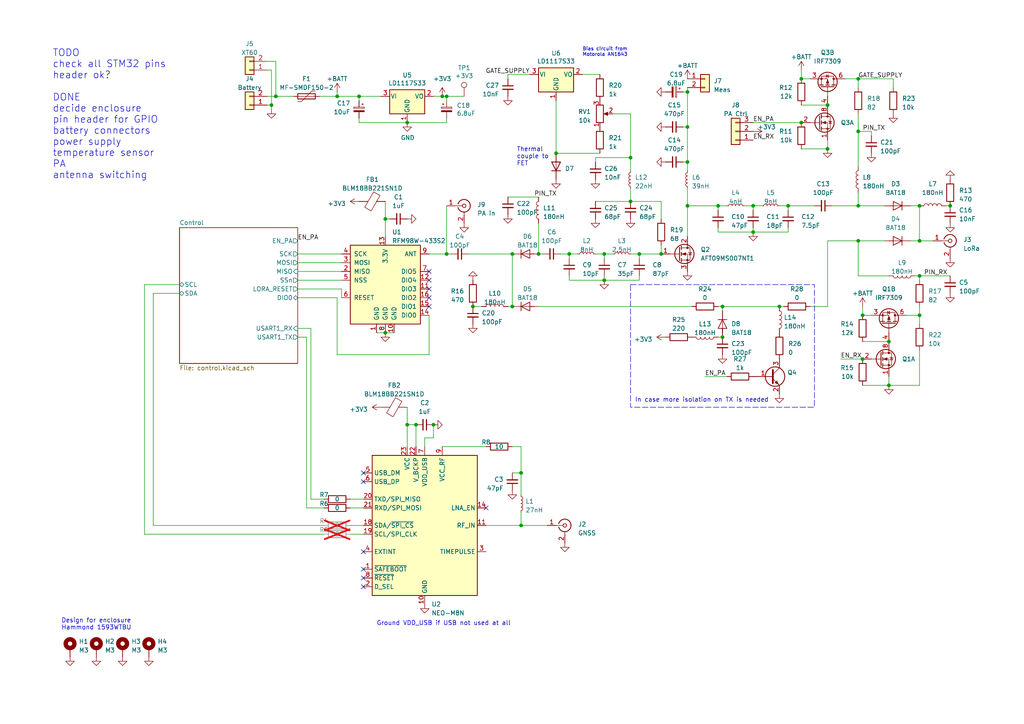
<source format=kicad_sch>
(kicad_sch (version 20230121) (generator eeschema)

  (uuid c7284140-20d8-41a9-bb44-23c19c814c53)

  (paper "A4")

  

  (junction (at 191.77 73.66) (diameter 0) (color 0 0 0 0)
    (uuid 01dde6b6-d292-40c7-b46a-9b6aeb936265)
  )
  (junction (at 250.19 91.44) (diameter 0) (color 0 0 0 0)
    (uuid 0222b959-9944-46fb-afc6-26878e08a8ea)
  )
  (junction (at 111.76 63.5) (diameter 0) (color 0 0 0 0)
    (uuid 08950f90-cd21-4d53-a5ef-9d5a82d4ab8e)
  )
  (junction (at 129.54 27.94) (diameter 0) (color 0 0 0 0)
    (uuid 089eabdc-fcec-425a-b821-b6cfe3451fa6)
  )
  (junction (at 266.7 59.69) (diameter 0) (color 0 0 0 0)
    (uuid 099a2e91-307a-40a7-b42f-aa13b2117f1c)
  )
  (junction (at 257.81 99.06) (diameter 0) (color 0 0 0 0)
    (uuid 0ab3a082-048e-4949-ac81-2b8386faa1eb)
  )
  (junction (at 232.41 35.56) (diameter 0) (color 0 0 0 0)
    (uuid 0ac8fba3-3ed0-4704-a092-e4484ff61a93)
  )
  (junction (at 148.59 73.66) (diameter 0) (color 0 0 0 0)
    (uuid 0b5d656a-a5d3-46b8-b83b-37aa40cef20d)
  )
  (junction (at 199.39 46.99) (diameter 0) (color 0 0 0 0)
    (uuid 0d2da9f7-50de-4ddd-9218-f5a19846c5c2)
  )
  (junction (at 199.39 59.69) (diameter 0) (color 0 0 0 0)
    (uuid 1368ea47-ffca-41ae-9ce4-3e6a775c52b5)
  )
  (junction (at 266.7 69.85) (diameter 0) (color 0 0 0 0)
    (uuid 15c9bb98-267a-45b2-8376-bd9fef188028)
  )
  (junction (at 209.55 97.79) (diameter 0) (color 0 0 0 0)
    (uuid 17db7e1c-85e9-4e68-af56-4e8a47479057)
  )
  (junction (at 209.55 88.9) (diameter 0) (color 0 0 0 0)
    (uuid 1a1be3b9-3951-4236-a0e2-ed17f193b6a0)
  )
  (junction (at 78.74 30.48) (diameter 0) (color 0 0 0 0)
    (uuid 1b395c55-c901-470a-8ebb-3e1e978dc1d0)
  )
  (junction (at 175.26 73.66) (diameter 0) (color 0 0 0 0)
    (uuid 1b7d05df-e406-41ee-a7c0-e5e472c47104)
  )
  (junction (at 226.06 88.9) (diameter 0) (color 0 0 0 0)
    (uuid 1f7b8f87-ba79-4cff-8d8e-541371e11725)
  )
  (junction (at 257.81 111.76) (diameter 0) (color 0 0 0 0)
    (uuid 23e423fd-9f5a-4dc2-a6ca-3badc4a0209b)
  )
  (junction (at 218.44 67.31) (diameter 0) (color 0 0 0 0)
    (uuid 25d5aada-3214-442f-9949-a6ddbf889635)
  )
  (junction (at 232.41 22.86) (diameter 0) (color 0 0 0 0)
    (uuid 260f7e5c-7c7c-4531-a21c-91c9c60f7b2a)
  )
  (junction (at 185.42 73.66) (diameter 0) (color 0 0 0 0)
    (uuid 2f003f45-6c76-4625-976d-2b8a1fd09567)
  )
  (junction (at 118.11 35.56) (diameter 0) (color 0 0 0 0)
    (uuid 386231b8-7bf1-4807-85fd-13025208a6ec)
  )
  (junction (at 250.19 104.14) (diameter 0) (color 0 0 0 0)
    (uuid 3950e558-60bb-4bd8-8891-4fedf1a6629a)
  )
  (junction (at 111.76 96.52) (diameter 0) (color 0 0 0 0)
    (uuid 3f9fcc5b-547a-4a9a-9e43-a7db8d6725b7)
  )
  (junction (at 151.13 152.4) (diameter 0) (color 0 0 0 0)
    (uuid 453cb762-cbf4-486b-8581-7268eb150f29)
  )
  (junction (at 248.92 69.85) (diameter 0) (color 0 0 0 0)
    (uuid 45ffbfb7-7337-42fe-a262-d942016d7df7)
  )
  (junction (at 161.29 44.45) (diameter 0) (color 0 0 0 0)
    (uuid 4eb05e56-f285-4338-a8b9-2cf706f45ddf)
  )
  (junction (at 240.03 43.18) (diameter 0) (color 0 0 0 0)
    (uuid 5620fc3f-17b5-4ec3-92b1-b159783281da)
  )
  (junction (at 118.11 123.19) (diameter 0) (color 0 0 0 0)
    (uuid 5b52b20c-ccbd-490c-9705-1dbca329b1f4)
  )
  (junction (at 151.13 137.16) (diameter 0) (color 0 0 0 0)
    (uuid 62913189-fe2f-4016-9e76-b6062cdbb493)
  )
  (junction (at 97.79 27.94) (diameter 0) (color 0 0 0 0)
    (uuid 791f6118-9624-456d-9f53-5947b6e19586)
  )
  (junction (at 165.1 73.66) (diameter 0) (color 0 0 0 0)
    (uuid 7c234418-db22-4543-ade4-958e4b9645d4)
  )
  (junction (at 199.39 26.67) (diameter 0) (color 0 0 0 0)
    (uuid 7e155455-b3de-4fb6-9044-8c7913eb9614)
  )
  (junction (at 182.88 45.72) (diameter 0) (color 0 0 0 0)
    (uuid 7e95986d-e889-47d4-8bea-7e66f617bece)
  )
  (junction (at 266.7 80.01) (diameter 0) (color 0 0 0 0)
    (uuid 8159f693-b293-4d54-95f8-d14764f4722a)
  )
  (junction (at 228.6 59.69) (diameter 0) (color 0 0 0 0)
    (uuid 83bba8d7-b6b0-4382-adee-29883e885d1e)
  )
  (junction (at 248.92 59.69) (diameter 0) (color 0 0 0 0)
    (uuid 891310e9-0619-4370-8743-c4d00dde62c6)
  )
  (junction (at 137.16 88.9) (diameter 0) (color 0 0 0 0)
    (uuid 952de2ea-3cb3-49a2-b256-66e98482a907)
  )
  (junction (at 156.21 73.66) (diameter 0) (color 0 0 0 0)
    (uuid 9686d505-e21a-4135-8eae-6c16595c19fc)
  )
  (junction (at 129.54 73.66) (diameter 0) (color 0 0 0 0)
    (uuid 96bf2cf8-2216-4273-904f-8837657f6917)
  )
  (junction (at 266.7 91.44) (diameter 0) (color 0 0 0 0)
    (uuid 9780ed2c-fdf4-4980-b648-3bad83767dd5)
  )
  (junction (at 248.92 22.86) (diameter 0) (color 0 0 0 0)
    (uuid 99123259-1f7f-4010-848e-12254a7e90ff)
  )
  (junction (at 125.73 123.19) (diameter 0) (color 0 0 0 0)
    (uuid a6d97fbb-c949-46fb-addd-3c7f0ad97be8)
  )
  (junction (at 275.59 59.69) (diameter 0) (color 0 0 0 0)
    (uuid a812e7c8-9e44-4822-ac23-2bf4f621fa0a)
  )
  (junction (at 199.39 36.83) (diameter 0) (color 0 0 0 0)
    (uuid a909ff62-3061-4ba6-822a-4d4dbb8eb969)
  )
  (junction (at 128.27 27.94) (diameter 0) (color 0 0 0 0)
    (uuid ad4b9721-1e38-4bd1-894d-a10a442ddf45)
  )
  (junction (at 80.01 27.94) (diameter 0) (color 0 0 0 0)
    (uuid bdfffe94-d466-4698-bfdf-65d3e62955de)
  )
  (junction (at 218.44 59.69) (diameter 0) (color 0 0 0 0)
    (uuid c13d240a-f108-444a-9181-7aea9309222c)
  )
  (junction (at 148.59 88.9) (diameter 0) (color 0 0 0 0)
    (uuid cadb24db-abd7-4a94-b5c3-1c6541202f92)
  )
  (junction (at 248.92 38.1) (diameter 0) (color 0 0 0 0)
    (uuid dff4b3ab-f70d-48c4-9509-7141ab480874)
  )
  (junction (at 104.14 27.94) (diameter 0) (color 0 0 0 0)
    (uuid ea8e05b9-4818-4771-a085-ab9c92148e6c)
  )
  (junction (at 208.28 59.69) (diameter 0) (color 0 0 0 0)
    (uuid eb386d62-e9b6-4457-9d61-600af1127c0a)
  )
  (junction (at 182.88 58.42) (diameter 0) (color 0 0 0 0)
    (uuid ec131d50-5396-42f0-9c3a-ae8f292fb069)
  )
  (junction (at 175.26 81.28) (diameter 0) (color 0 0 0 0)
    (uuid edf9ba72-e27e-421e-afd8-9993ea3b9d63)
  )
  (junction (at 240.03 30.48) (diameter 0) (color 0 0 0 0)
    (uuid f1821e80-8fb5-46f8-a312-be5e85057f6b)
  )
  (junction (at 120.65 123.19) (diameter 0) (color 0 0 0 0)
    (uuid fa2db506-a9d6-4bb8-b038-b63acb0e2a1e)
  )

  (no_connect (at 105.41 167.64) (uuid 204d8b2f-70cc-4797-9b88-b6fa55017ef1))
  (no_connect (at 124.46 86.36) (uuid 24c68830-aab4-4cad-8cab-afb08ec2b793))
  (no_connect (at 124.46 83.82) (uuid 27a40588-055d-42e6-b824-2830d723f6d7))
  (no_connect (at 105.41 165.1) (uuid 32a602bd-aea1-41b6-b776-eb992d69d58e))
  (no_connect (at 105.41 137.16) (uuid 3ab6de5e-44d7-458b-8181-a923344389e7))
  (no_connect (at 105.41 160.02) (uuid 70e6841d-aad7-4f07-b9fc-0341fe86cfe2))
  (no_connect (at 124.46 88.9) (uuid 85f692e1-cb45-4d0d-82cc-e82b83e37df6))
  (no_connect (at 124.46 78.74) (uuid 8bb54a38-9705-49e7-b27c-c819e26d9c59))
  (no_connect (at 124.46 81.28) (uuid cb3aa834-5a78-4855-85c1-7c234c341229))
  (no_connect (at 105.41 170.18) (uuid d0780ab6-44b1-4786-a767-7992122529d8))
  (no_connect (at 140.97 147.32) (uuid d51a299d-906e-43bd-a68b-065c998ee61f))
  (no_connect (at 105.41 139.7) (uuid f247a6a7-e075-4291-9737-c344802f144b))

  (wire (pts (xy 137.16 88.9) (xy 139.7 88.9))
    (stroke (width 0) (type default))
    (uuid 00a3a96b-bd8d-437f-abbe-cfe7205fe073)
  )
  (wire (pts (xy 44.45 152.4) (xy 44.45 85.09))
    (stroke (width 0) (type default))
    (uuid 02b216d5-29c4-4d30-a6aa-da7a573dfd71)
  )
  (wire (pts (xy 97.79 86.36) (xy 97.79 102.87))
    (stroke (width 0) (type default))
    (uuid 02d509e3-caa0-4a35-9420-26d381353f8d)
  )
  (wire (pts (xy 259.08 22.86) (xy 248.92 22.86))
    (stroke (width 0) (type default))
    (uuid 050b9099-2197-4a76-82ec-be1e23721b1e)
  )
  (wire (pts (xy 177.8 33.02) (xy 182.88 33.02))
    (stroke (width 0) (type default))
    (uuid 06f9b752-04af-4c3b-8e85-54a30dc68e65)
  )
  (wire (pts (xy 173.99 44.45) (xy 161.29 44.45))
    (stroke (width 0) (type default))
    (uuid 07887dfd-f46d-471a-aaf7-2bb6ad355632)
  )
  (wire (pts (xy 248.92 55.88) (xy 248.92 59.69))
    (stroke (width 0) (type default))
    (uuid 07e5e5d6-5b90-4e33-b9ba-a0715aae6461)
  )
  (wire (pts (xy 208.28 59.69) (xy 210.82 59.69))
    (stroke (width 0) (type default))
    (uuid 08613b5c-7c91-4c83-9025-e6a6bf7b0404)
  )
  (wire (pts (xy 228.6 60.96) (xy 228.6 59.69))
    (stroke (width 0) (type default))
    (uuid 0a7b6708-398f-486f-ab94-a5d8ac4cd332)
  )
  (wire (pts (xy 232.41 30.48) (xy 240.03 30.48))
    (stroke (width 0) (type default))
    (uuid 0bad31ca-83a6-471e-bcb8-224795fee914)
  )
  (wire (pts (xy 199.39 59.69) (xy 208.28 59.69))
    (stroke (width 0) (type default))
    (uuid 0c939cc9-4cf9-4b5c-9d5a-591ad0ec3bc4)
  )
  (wire (pts (xy 124.46 73.66) (xy 129.54 73.66))
    (stroke (width 0) (type default))
    (uuid 0ca8925c-940f-40f7-9e14-a404d43e6e01)
  )
  (wire (pts (xy 120.65 123.19) (xy 120.65 129.54))
    (stroke (width 0) (type default))
    (uuid 0fdd6401-9b1c-4122-a50c-479cca92fa2a)
  )
  (wire (pts (xy 128.27 27.94) (xy 129.54 27.94))
    (stroke (width 0) (type default))
    (uuid 11ad10b0-70a5-41b8-bbe3-73e7edee0b2d)
  )
  (wire (pts (xy 129.54 34.29) (xy 129.54 35.56))
    (stroke (width 0) (type default))
    (uuid 11c52020-1bac-49ce-b3e9-e466173ca91e)
  )
  (wire (pts (xy 104.14 27.94) (xy 110.49 27.94))
    (stroke (width 0) (type default))
    (uuid 12947b69-6e48-4a71-8b00-befc028070ee)
  )
  (wire (pts (xy 218.44 59.69) (xy 218.44 60.96))
    (stroke (width 0) (type default))
    (uuid 12faa22d-d311-458b-88d4-e21e4c451313)
  )
  (wire (pts (xy 161.29 44.45) (xy 161.29 29.21))
    (stroke (width 0) (type default))
    (uuid 13e2abc1-05f5-4c8f-b9ae-1375c993b2dc)
  )
  (wire (pts (xy 257.81 80.01) (xy 248.92 80.01))
    (stroke (width 0) (type default))
    (uuid 152aaeeb-c8b3-4c7c-879a-2a7e50e91de0)
  )
  (wire (pts (xy 215.9 59.69) (xy 218.44 59.69))
    (stroke (width 0) (type default))
    (uuid 160d4a7c-ca84-4acb-944b-8ff27d84d5cb)
  )
  (wire (pts (xy 148.59 73.66) (xy 148.59 88.9))
    (stroke (width 0) (type default))
    (uuid 17a08cbc-598c-424c-a09a-0e2175f7cbc3)
  )
  (wire (pts (xy 240.03 40.64) (xy 240.03 43.18))
    (stroke (width 0) (type default))
    (uuid 17a59fd4-e281-461e-b94c-ad6c2f3d7c7d)
  )
  (wire (pts (xy 191.77 58.42) (xy 182.88 58.42))
    (stroke (width 0) (type default))
    (uuid 1bbfd4f1-d30a-4e5f-ba17-f7ae46d42f69)
  )
  (wire (pts (xy 101.6 144.78) (xy 105.41 144.78))
    (stroke (width 0) (type default))
    (uuid 1c1626d5-5ce8-4ce1-9941-f8c9052cd482)
  )
  (wire (pts (xy 129.54 27.94) (xy 134.62 27.94))
    (stroke (width 0) (type default))
    (uuid 1c75d919-6a31-4e09-bbeb-06e5ef9be11f)
  )
  (wire (pts (xy 209.55 88.9) (xy 209.55 90.17))
    (stroke (width 0) (type default))
    (uuid 1e09c9b3-d27b-426f-bb64-55598b7f9779)
  )
  (wire (pts (xy 191.77 58.42) (xy 191.77 63.5))
    (stroke (width 0) (type default))
    (uuid 1fb29430-2cbc-438f-91fe-1830885c416b)
  )
  (wire (pts (xy 128.27 129.54) (xy 140.97 129.54))
    (stroke (width 0) (type default))
    (uuid 20ed170b-5328-49f0-a882-64eba1b4a47f)
  )
  (wire (pts (xy 124.46 102.87) (xy 124.46 91.44))
    (stroke (width 0) (type default))
    (uuid 21ac5577-0ce3-46a3-9398-1d72cbce9f52)
  )
  (wire (pts (xy 175.26 81.28) (xy 175.26 80.01))
    (stroke (width 0) (type default))
    (uuid 2366af87-4512-4086-8945-7b98d854cda5)
  )
  (wire (pts (xy 185.42 74.93) (xy 185.42 73.66))
    (stroke (width 0) (type default))
    (uuid 23f5b1c2-e484-4a23-ab22-df03fa676e7f)
  )
  (wire (pts (xy 204.47 109.22) (xy 210.82 109.22))
    (stroke (width 0) (type default))
    (uuid 2569ee4d-65be-4bb2-83c7-f4c3f725ffef)
  )
  (wire (pts (xy 101.6 152.4) (xy 105.41 152.4))
    (stroke (width 0) (type default))
    (uuid 259f0224-4e1a-45a9-a9cb-b1e92a4c616c)
  )
  (wire (pts (xy 198.12 26.67) (xy 199.39 26.67))
    (stroke (width 0) (type default))
    (uuid 26480fb4-0bf7-4400-87d7-ae9d4bb9015a)
  )
  (wire (pts (xy 199.39 54.61) (xy 199.39 59.69))
    (stroke (width 0) (type default))
    (uuid 2a551cd2-9826-44fc-a047-2bd8fe6eeae3)
  )
  (wire (pts (xy 175.26 81.28) (xy 185.42 81.28))
    (stroke (width 0) (type default))
    (uuid 2b2cc0f7-00d6-4a74-bb5a-4fb143fe11e1)
  )
  (wire (pts (xy 185.42 73.66) (xy 182.88 73.66))
    (stroke (width 0) (type default))
    (uuid 2f3662b0-34ac-4238-97a4-1e85d12f1595)
  )
  (wire (pts (xy 240.03 43.18) (xy 232.41 43.18))
    (stroke (width 0) (type default))
    (uuid 340133b6-a49c-4231-99e9-19fda756d2ef)
  )
  (wire (pts (xy 101.6 154.94) (xy 105.41 154.94))
    (stroke (width 0) (type default))
    (uuid 354c3be5-4ed1-4fe5-99bc-09401d42c144)
  )
  (wire (pts (xy 248.92 69.85) (xy 256.54 69.85))
    (stroke (width 0) (type default))
    (uuid 36399ab6-302d-4107-b106-bfd9ddafe9fe)
  )
  (wire (pts (xy 226.06 88.9) (xy 227.33 88.9))
    (stroke (width 0) (type default))
    (uuid 365325c9-c495-46ea-a526-b976c7b16e78)
  )
  (wire (pts (xy 218.44 59.69) (xy 220.98 59.69))
    (stroke (width 0) (type default))
    (uuid 3adf64b4-e78a-41c1-8667-30b9756615c0)
  )
  (wire (pts (xy 129.54 59.69) (xy 129.54 73.66))
    (stroke (width 0) (type default))
    (uuid 3b659727-0947-4487-997d-6f949c9817da)
  )
  (wire (pts (xy 250.19 91.44) (xy 250.19 88.9))
    (stroke (width 0) (type default))
    (uuid 3cb110fe-ae61-4a6c-823c-4b57814eb2fe)
  )
  (wire (pts (xy 93.98 154.94) (xy 41.91 154.94))
    (stroke (width 0) (type default))
    (uuid 3d044238-4974-4e08-a67d-9dce669443cd)
  )
  (wire (pts (xy 147.32 57.15) (xy 156.21 57.15))
    (stroke (width 0) (type default))
    (uuid 3e6d7a7a-6af6-410d-9d09-9e5fa79684b5)
  )
  (wire (pts (xy 162.56 73.66) (xy 165.1 73.66))
    (stroke (width 0) (type default))
    (uuid 3eaded46-cc37-494d-ac24-87dd6dfe09bc)
  )
  (wire (pts (xy 86.36 78.74) (xy 99.06 78.74))
    (stroke (width 0) (type default))
    (uuid 3f962f96-0f6f-4698-8027-b13c091c035d)
  )
  (wire (pts (xy 97.79 26.67) (xy 97.79 27.94))
    (stroke (width 0) (type default))
    (uuid 41c931b9-3543-4843-8aab-17549aba9684)
  )
  (wire (pts (xy 86.36 86.36) (xy 97.79 86.36))
    (stroke (width 0) (type default))
    (uuid 43101aa4-4a39-4b0a-8a0b-df2d7939c940)
  )
  (wire (pts (xy 90.17 144.78) (xy 90.17 95.25))
    (stroke (width 0) (type default))
    (uuid 450728fc-9171-4b12-98f2-1c34201af64c)
  )
  (wire (pts (xy 248.92 48.26) (xy 248.92 38.1))
    (stroke (width 0) (type default))
    (uuid 46b26273-3f3d-4adb-99f4-e43cccb943c9)
  )
  (wire (pts (xy 248.92 59.69) (xy 256.54 59.69))
    (stroke (width 0) (type default))
    (uuid 474b8574-a3c0-4fbb-83c1-c620f908109b)
  )
  (wire (pts (xy 266.7 88.9) (xy 266.7 91.44))
    (stroke (width 0) (type default))
    (uuid 4a860b28-7b04-4523-bb2a-c9361a03c216)
  )
  (wire (pts (xy 218.44 67.31) (xy 228.6 67.31))
    (stroke (width 0) (type default))
    (uuid 4ce6c40c-af77-4ba7-8b76-4a2802d0d382)
  )
  (wire (pts (xy 243.84 104.14) (xy 250.19 104.14))
    (stroke (width 0) (type default))
    (uuid 50bc0ede-3a1e-4423-9c92-4bd5eb6ba844)
  )
  (wire (pts (xy 123.19 129.54) (xy 123.19 127))
    (stroke (width 0) (type default))
    (uuid 510eb1d9-2759-43a3-97a0-61ffa7bfeeac)
  )
  (wire (pts (xy 208.28 67.31) (xy 218.44 67.31))
    (stroke (width 0) (type default))
    (uuid 51c70140-1279-4f44-85cc-3426724640dc)
  )
  (wire (pts (xy 228.6 67.31) (xy 228.6 66.04))
    (stroke (width 0) (type default))
    (uuid 57270196-7d9e-4fe2-bd1e-b8d9a298b846)
  )
  (wire (pts (xy 257.81 111.76) (xy 266.7 111.76))
    (stroke (width 0) (type default))
    (uuid 593889b2-9375-4f1a-8350-bc1145609208)
  )
  (wire (pts (xy 270.51 69.85) (xy 266.7 69.85))
    (stroke (width 0) (type default))
    (uuid 59944d09-83e7-4b7e-a667-ebf4eb2349d8)
  )
  (wire (pts (xy 266.7 111.76) (xy 266.7 101.6))
    (stroke (width 0) (type default))
    (uuid 5a965f98-fefd-48c7-a2df-802c41ad2de8)
  )
  (wire (pts (xy 97.79 27.94) (xy 104.14 27.94))
    (stroke (width 0) (type default))
    (uuid 5b00d0a0-e3fb-4b2d-8ab0-02dbfe2b79f6)
  )
  (wire (pts (xy 175.26 73.66) (xy 175.26 74.93))
    (stroke (width 0) (type default))
    (uuid 6011b6c8-dd41-4184-9be0-1ab7a4068d55)
  )
  (wire (pts (xy 118.11 123.19) (xy 118.11 129.54))
    (stroke (width 0) (type default))
    (uuid 609406c7-fc1f-4ff9-a3dd-60584185ddf8)
  )
  (wire (pts (xy 165.1 81.28) (xy 175.26 81.28))
    (stroke (width 0) (type default))
    (uuid 60f4e5c2-282b-4779-bfb2-6fc09830ef4f)
  )
  (wire (pts (xy 151.13 137.16) (xy 151.13 143.51))
    (stroke (width 0) (type default))
    (uuid 615c5063-7783-4c41-b3d0-e95c2ee79a31)
  )
  (wire (pts (xy 86.36 76.2) (xy 99.06 76.2))
    (stroke (width 0) (type default))
    (uuid 618135bc-52f3-4da6-8d98-88a52e240514)
  )
  (wire (pts (xy 118.11 118.11) (xy 118.11 123.19))
    (stroke (width 0) (type default))
    (uuid 626d3b88-65b4-4351-84b4-0723bd87ad51)
  )
  (wire (pts (xy 165.1 73.66) (xy 167.64 73.66))
    (stroke (width 0) (type default))
    (uuid 63a4a008-eaca-424f-aee3-ef723ab7e1b1)
  )
  (wire (pts (xy 266.7 91.44) (xy 266.7 93.98))
    (stroke (width 0) (type default))
    (uuid 63fbb694-3dc6-49ac-b6ee-739799fa5843)
  )
  (wire (pts (xy 123.19 127) (xy 125.73 127))
    (stroke (width 0) (type default))
    (uuid 64b19fb5-98d0-4e1d-8fd4-39c24cca621d)
  )
  (wire (pts (xy 80.01 27.94) (xy 85.09 27.94))
    (stroke (width 0) (type default))
    (uuid 64fa11e3-9834-4e72-aa2d-c46e58b92289)
  )
  (wire (pts (xy 147.32 21.59) (xy 153.67 21.59))
    (stroke (width 0) (type default))
    (uuid 656611ac-5824-4249-9032-638e264587c0)
  )
  (wire (pts (xy 88.9 97.79) (xy 88.9 147.32))
    (stroke (width 0) (type default))
    (uuid 6a781113-9d2d-4bfb-a51a-e04a8d169b4b)
  )
  (wire (pts (xy 99.06 83.82) (xy 99.06 86.36))
    (stroke (width 0) (type default))
    (uuid 6aaab3ea-cb8f-4b6c-8878-192ab16884ab)
  )
  (wire (pts (xy 80.01 17.78) (xy 80.01 27.94))
    (stroke (width 0) (type default))
    (uuid 6ae739c1-8e22-4ddf-8d63-d6a444bffb84)
  )
  (wire (pts (xy 248.92 38.1) (xy 248.92 33.02))
    (stroke (width 0) (type default))
    (uuid 6b5b50e7-086f-4b43-a643-0b5455e70e9e)
  )
  (wire (pts (xy 266.7 59.69) (xy 264.16 59.69))
    (stroke (width 0) (type default))
    (uuid 6c8e0bd0-4306-43d2-8233-6f7bf63ffe54)
  )
  (wire (pts (xy 129.54 73.66) (xy 130.81 73.66))
    (stroke (width 0) (type default))
    (uuid 6d8794f5-7aec-4946-8fe8-3e5a0751dad4)
  )
  (wire (pts (xy 111.76 63.5) (xy 111.76 58.42))
    (stroke (width 0) (type default))
    (uuid 715cf669-67c9-4340-a72a-6db9489f2c13)
  )
  (wire (pts (xy 228.6 59.69) (xy 236.22 59.69))
    (stroke (width 0) (type default))
    (uuid 74040277-78c2-4b7c-a9ba-5820f4215646)
  )
  (wire (pts (xy 97.79 27.94) (xy 92.71 27.94))
    (stroke (width 0) (type default))
    (uuid 79935a3f-c588-4fed-b218-d55cda35743b)
  )
  (wire (pts (xy 266.7 69.85) (xy 266.7 59.69))
    (stroke (width 0) (type default))
    (uuid 7a8def1b-ba61-4b9d-9fd1-e20e468c6bc4)
  )
  (wire (pts (xy 168.91 21.59) (xy 173.99 21.59))
    (stroke (width 0) (type default))
    (uuid 7a9fc998-2384-4531-a55a-b37d838a7e35)
  )
  (wire (pts (xy 208.28 67.31) (xy 208.28 66.04))
    (stroke (width 0) (type default))
    (uuid 7b61c91a-b1f9-43e8-a3a8-ab4a07ffff41)
  )
  (wire (pts (xy 78.74 31.75) (xy 78.74 30.48))
    (stroke (width 0) (type default))
    (uuid 7f6f649a-4a03-4a23-ab1b-67399f718f9c)
  )
  (wire (pts (xy 156.21 73.66) (xy 157.48 73.66))
    (stroke (width 0) (type default))
    (uuid 80766587-a358-40b1-9754-9c7fc48094e0)
  )
  (wire (pts (xy 199.39 46.99) (xy 199.39 36.83))
    (stroke (width 0) (type default))
    (uuid 80fc62fa-b1c7-4b3a-8610-6b5c5d283bd2)
  )
  (wire (pts (xy 250.19 99.06) (xy 257.81 99.06))
    (stroke (width 0) (type default))
    (uuid 8286c5e6-464a-419f-8e6e-12560fdc9590)
  )
  (wire (pts (xy 101.6 147.32) (xy 105.41 147.32))
    (stroke (width 0) (type default))
    (uuid 833e9e35-7958-4a8b-82c9-4b34f165c40d)
  )
  (wire (pts (xy 78.74 20.32) (xy 78.74 30.48))
    (stroke (width 0) (type default))
    (uuid 84bfdbf4-fe05-4d2e-902b-5a16108325ff)
  )
  (wire (pts (xy 86.36 97.79) (xy 88.9 97.79))
    (stroke (width 0) (type default))
    (uuid 855844ed-3d91-47c1-9b9a-c0532a457049)
  )
  (wire (pts (xy 266.7 80.01) (xy 275.59 80.01))
    (stroke (width 0) (type default))
    (uuid 85da7609-9c88-4a4a-8c5a-e185055e3ed3)
  )
  (wire (pts (xy 109.22 96.52) (xy 111.76 96.52))
    (stroke (width 0) (type default))
    (uuid 861676f6-5294-44ef-bd4b-5d3efc7a6d78)
  )
  (wire (pts (xy 240.03 69.85) (xy 248.92 69.85))
    (stroke (width 0) (type default))
    (uuid 892e1511-e3cc-4d35-bb32-20bdacad07fb)
  )
  (wire (pts (xy 248.92 22.86) (xy 245.11 22.86))
    (stroke (width 0) (type default))
    (uuid 8949fb37-a17d-4214-81ab-dc2c32bf66af)
  )
  (wire (pts (xy 191.77 73.66) (xy 191.77 71.12))
    (stroke (width 0) (type default))
    (uuid 89549667-4e81-4662-af74-7c79f73f34d4)
  )
  (wire (pts (xy 266.7 91.44) (xy 262.89 91.44))
    (stroke (width 0) (type default))
    (uuid 89fc60b7-af19-4ec3-8507-e25a7cc3cb62)
  )
  (wire (pts (xy 266.7 80.01) (xy 265.43 80.01))
    (stroke (width 0) (type default))
    (uuid 8a342cab-502e-4909-abf5-bff287aca887)
  )
  (wire (pts (xy 182.88 45.72) (xy 182.88 49.53))
    (stroke (width 0) (type default))
    (uuid 8bc5cdcc-f587-4379-978f-98e53416638c)
  )
  (wire (pts (xy 104.14 34.29) (xy 104.14 35.56))
    (stroke (width 0) (type default))
    (uuid 90137715-abf5-45c2-9e33-f1303e0f698c)
  )
  (wire (pts (xy 151.13 129.54) (xy 151.13 137.16))
    (stroke (width 0) (type default))
    (uuid 90ff8ed0-f9bd-4c2e-a974-950a48b135ea)
  )
  (wire (pts (xy 156.21 88.9) (xy 200.66 88.9))
    (stroke (width 0) (type default))
    (uuid 91889c1f-7b49-44a2-b7b9-349162313398)
  )
  (wire (pts (xy 151.13 152.4) (xy 158.75 152.4))
    (stroke (width 0) (type default))
    (uuid 91fedeb5-872b-437a-b627-83ac39895d56)
  )
  (wire (pts (xy 77.47 20.32) (xy 78.74 20.32))
    (stroke (width 0) (type default))
    (uuid 93bb4a60-3587-4888-91a3-036ac4a96fc7)
  )
  (wire (pts (xy 77.47 27.94) (xy 80.01 27.94))
    (stroke (width 0) (type default))
    (uuid 94f3eca5-cb19-4ee6-a17e-a1179f72e20f)
  )
  (wire (pts (xy 118.11 123.19) (xy 120.65 123.19))
    (stroke (width 0) (type default))
    (uuid 963347b4-906e-4249-a6b7-afcffca4ec38)
  )
  (wire (pts (xy 208.28 97.79) (xy 209.55 97.79))
    (stroke (width 0) (type default))
    (uuid 9673dfc4-e069-497c-b250-6a65b22edb6f)
  )
  (wire (pts (xy 218.44 35.56) (xy 232.41 35.56))
    (stroke (width 0) (type default))
    (uuid 96a0e7d4-b787-452a-9279-aa47f020fd40)
  )
  (wire (pts (xy 241.3 59.69) (xy 248.92 59.69))
    (stroke (width 0) (type default))
    (uuid 9947b2ed-2448-41ef-baa1-b27d6b9c4bfd)
  )
  (wire (pts (xy 125.73 27.94) (xy 128.27 27.94))
    (stroke (width 0) (type default))
    (uuid a2d9ca97-dd4d-4897-9697-55837130484d)
  )
  (wire (pts (xy 172.72 58.42) (xy 182.88 58.42))
    (stroke (width 0) (type default))
    (uuid a3ca924f-3c55-444c-9184-87ff0151173b)
  )
  (wire (pts (xy 41.91 154.94) (xy 41.91 82.55))
    (stroke (width 0) (type default))
    (uuid a422faee-4f34-4db0-a56f-fe603c404303)
  )
  (wire (pts (xy 232.41 22.86) (xy 232.41 20.32))
    (stroke (width 0) (type default))
    (uuid a5c25f64-130d-4f36-ab17-757cdde9d04c)
  )
  (wire (pts (xy 198.12 46.99) (xy 199.39 46.99))
    (stroke (width 0) (type default))
    (uuid a6a9abe9-e329-4e69-9927-7ed1cb3f57af)
  )
  (wire (pts (xy 129.54 27.94) (xy 129.54 29.21))
    (stroke (width 0) (type default))
    (uuid a9088a3b-02dd-4791-8267-d65005275f19)
  )
  (wire (pts (xy 259.08 25.4) (xy 259.08 22.86))
    (stroke (width 0) (type default))
    (uuid a99edd36-5a71-47c1-97fa-5d1fe1f4fddd)
  )
  (wire (pts (xy 140.97 152.4) (xy 151.13 152.4))
    (stroke (width 0) (type default))
    (uuid adad3612-7ec7-4f3c-ac82-634c1230ab73)
  )
  (wire (pts (xy 165.1 81.28) (xy 165.1 80.01))
    (stroke (width 0) (type default))
    (uuid aeb52d83-3c75-462f-900c-2fec9958e77e)
  )
  (wire (pts (xy 252.73 91.44) (xy 250.19 91.44))
    (stroke (width 0) (type default))
    (uuid b0950230-6dd6-4ba0-9677-5e90e701c1b2)
  )
  (wire (pts (xy 86.36 81.28) (xy 99.06 81.28))
    (stroke (width 0) (type default))
    (uuid b515472a-5559-4002-bc2f-5c685449e96c)
  )
  (wire (pts (xy 234.95 88.9) (xy 240.03 88.9))
    (stroke (width 0) (type default))
    (uuid b6ed0852-69b3-4fbd-b32e-ed7b998ae2be)
  )
  (wire (pts (xy 175.26 73.66) (xy 177.8 73.66))
    (stroke (width 0) (type default))
    (uuid b8fcfeb6-f0db-4abe-b11b-36e75e846563)
  )
  (wire (pts (xy 172.72 45.72) (xy 182.88 45.72))
    (stroke (width 0) (type default))
    (uuid b99fa44c-c802-48f2-a47a-059f73c95dcf)
  )
  (wire (pts (xy 97.79 102.87) (xy 124.46 102.87))
    (stroke (width 0) (type default))
    (uuid b9d4a980-447a-4c2d-8480-59ef8e48d5cf)
  )
  (wire (pts (xy 41.91 82.55) (xy 52.07 82.55))
    (stroke (width 0) (type default))
    (uuid beb49308-f4ff-4daa-a056-55573c4c10c7)
  )
  (wire (pts (xy 240.03 88.9) (xy 240.03 69.85))
    (stroke (width 0) (type default))
    (uuid bee77a5d-8a27-467e-90e1-f8c8a41b1789)
  )
  (wire (pts (xy 104.14 35.56) (xy 118.11 35.56))
    (stroke (width 0) (type default))
    (uuid bf24ab40-9012-44a5-8692-e3f2b9c24d20)
  )
  (wire (pts (xy 228.6 59.69) (xy 226.06 59.69))
    (stroke (width 0) (type default))
    (uuid bf7b1b9e-317d-4abe-af48-23bde7c94582)
  )
  (wire (pts (xy 199.39 49.53) (xy 199.39 46.99))
    (stroke (width 0) (type default))
    (uuid c01eb202-774e-4322-a137-333e105872d2)
  )
  (wire (pts (xy 104.14 27.94) (xy 104.14 29.21))
    (stroke (width 0) (type default))
    (uuid c0ec1b51-dae5-4995-a74f-f2cebf836394)
  )
  (wire (pts (xy 111.76 63.5) (xy 113.03 63.5))
    (stroke (width 0) (type default))
    (uuid c1926815-dd2c-4cc8-822b-8db6565d849b)
  )
  (wire (pts (xy 44.45 85.09) (xy 52.07 85.09))
    (stroke (width 0) (type default))
    (uuid c223a27f-4c28-473f-b9be-caa032b4ae33)
  )
  (wire (pts (xy 218.44 67.31) (xy 218.44 66.04))
    (stroke (width 0) (type default))
    (uuid c4b6888b-a7e7-4626-a0d9-a50b4ff1797b)
  )
  (wire (pts (xy 111.76 96.52) (xy 114.3 96.52))
    (stroke (width 0) (type default))
    (uuid c6129dab-a478-4966-ab18-006855f04b95)
  )
  (wire (pts (xy 77.47 17.78) (xy 80.01 17.78))
    (stroke (width 0) (type default))
    (uuid c6fecc98-f627-45a7-adef-84f19d151727)
  )
  (wire (pts (xy 147.32 88.9) (xy 148.59 88.9))
    (stroke (width 0) (type default))
    (uuid c78685c4-2701-4efb-92c2-a4175b8a43b4)
  )
  (wire (pts (xy 252.73 39.37) (xy 252.73 38.1))
    (stroke (width 0) (type default))
    (uuid c7ac81cb-207b-4470-8042-1c7db629c0b5)
  )
  (wire (pts (xy 208.28 88.9) (xy 209.55 88.9))
    (stroke (width 0) (type default))
    (uuid c80a0d3c-9427-4469-9699-09c30a8c784f)
  )
  (wire (pts (xy 199.39 36.83) (xy 199.39 26.67))
    (stroke (width 0) (type default))
    (uuid c82599af-91b7-4399-9ac5-7d26bf68c2fd)
  )
  (wire (pts (xy 156.21 64.77) (xy 156.21 73.66))
    (stroke (width 0) (type default))
    (uuid c9621e69-7ef0-40ff-a026-dd7dcc63ae19)
  )
  (wire (pts (xy 257.81 109.22) (xy 257.81 111.76))
    (stroke (width 0) (type default))
    (uuid cc9d500b-1f07-4825-9b02-86b625b868e0)
  )
  (wire (pts (xy 148.59 137.16) (xy 151.13 137.16))
    (stroke (width 0) (type default))
    (uuid cd3bfb5c-1899-4199-bf03-99560a8ba653)
  )
  (wire (pts (xy 125.73 127) (xy 125.73 123.19))
    (stroke (width 0) (type default))
    (uuid cdeff7d5-b776-492b-9268-cce7eb475ee3)
  )
  (wire (pts (xy 199.39 36.83) (xy 198.12 36.83))
    (stroke (width 0) (type default))
    (uuid ce0b38c5-4510-42df-9145-aec0285a68e4)
  )
  (wire (pts (xy 78.74 30.48) (xy 77.47 30.48))
    (stroke (width 0) (type default))
    (uuid d0697e7c-7846-4c11-ae8b-4b22fdb5704f)
  )
  (wire (pts (xy 266.7 80.01) (xy 266.7 81.28))
    (stroke (width 0) (type default))
    (uuid d0c24b03-044f-4962-8102-b326e473ad30)
  )
  (wire (pts (xy 118.11 35.56) (xy 129.54 35.56))
    (stroke (width 0) (type default))
    (uuid d1f16a73-eb29-43a1-b226-7b4b37d8d0c5)
  )
  (wire (pts (xy 208.28 59.69) (xy 208.28 60.96))
    (stroke (width 0) (type default))
    (uuid d53ad12f-73b1-4ac3-af1a-cedab897e81f)
  )
  (wire (pts (xy 182.88 33.02) (xy 182.88 45.72))
    (stroke (width 0) (type default))
    (uuid d58b184f-9ae1-4617-9cdf-e69fd3ae19d1)
  )
  (wire (pts (xy 165.1 73.66) (xy 165.1 74.93))
    (stroke (width 0) (type default))
    (uuid d79c70ab-6a96-40e8-b246-b5319a41f80c)
  )
  (wire (pts (xy 248.92 25.4) (xy 248.92 22.86))
    (stroke (width 0) (type default))
    (uuid d7a3951c-da13-4ad0-b365-62345620f1c8)
  )
  (wire (pts (xy 151.13 152.4) (xy 151.13 148.59))
    (stroke (width 0) (type default))
    (uuid d8bfc799-da6b-4bcd-9aab-b8135efeccbd)
  )
  (wire (pts (xy 248.92 38.1) (xy 252.73 38.1))
    (stroke (width 0) (type default))
    (uuid dc1c4fe1-c480-472b-b9cb-0b34bf5bbeea)
  )
  (wire (pts (xy 264.16 69.85) (xy 266.7 69.85))
    (stroke (width 0) (type default))
    (uuid dcc4d9c0-3969-4686-a6dd-e2dd3101371d)
  )
  (wire (pts (xy 185.42 81.28) (xy 185.42 80.01))
    (stroke (width 0) (type default))
    (uuid e05fbc08-4cd7-4cb8-a3eb-c3920546fdb3)
  )
  (wire (pts (xy 93.98 152.4) (xy 44.45 152.4))
    (stroke (width 0) (type default))
    (uuid e1366648-bd22-4a63-abcb-a64a9faeba05)
  )
  (wire (pts (xy 148.59 129.54) (xy 151.13 129.54))
    (stroke (width 0) (type default))
    (uuid e2793eb7-c732-4cd3-9564-cf68ae08aa50)
  )
  (wire (pts (xy 257.81 111.76) (xy 250.19 111.76))
    (stroke (width 0) (type default))
    (uuid e4a3a7a3-30a4-4522-b7ee-94e9eb1a0850)
  )
  (wire (pts (xy 199.39 59.69) (xy 199.39 68.58))
    (stroke (width 0) (type default))
    (uuid e83e2776-02c9-4964-843f-4433a1387642)
  )
  (wire (pts (xy 86.36 73.66) (xy 99.06 73.66))
    (stroke (width 0) (type default))
    (uuid e91c01b2-55c8-4d27-88bf-c7bae4c7b162)
  )
  (wire (pts (xy 88.9 147.32) (xy 93.98 147.32))
    (stroke (width 0) (type default))
    (uuid e96ee23e-6411-47b8-89fa-35b3e0b900f7)
  )
  (wire (pts (xy 182.88 54.61) (xy 182.88 58.42))
    (stroke (width 0) (type default))
    (uuid ebb976ef-e772-4dd4-aa72-b73a76aa22b1)
  )
  (wire (pts (xy 199.39 25.4) (xy 199.39 26.67))
    (stroke (width 0) (type default))
    (uuid ee191de8-944a-4fb6-af83-b461cb4a9f6e)
  )
  (wire (pts (xy 274.32 59.69) (xy 275.59 59.69))
    (stroke (width 0) (type default))
    (uuid ee7a7872-b16e-4ea2-a28e-f993cc499567)
  )
  (wire (pts (xy 234.95 22.86) (xy 232.41 22.86))
    (stroke (width 0) (type default))
    (uuid f0433cd4-47f7-41f4-b38c-fc74cebfdd5a)
  )
  (wire (pts (xy 172.72 73.66) (xy 175.26 73.66))
    (stroke (width 0) (type default))
    (uuid f0ed689d-ff92-410c-acf5-2bc17fcfcd46)
  )
  (wire (pts (xy 135.89 73.66) (xy 148.59 73.66))
    (stroke (width 0) (type default))
    (uuid f2b1c357-d795-4e81-9e09-8a6cea0d9d44)
  )
  (wire (pts (xy 172.72 45.72) (xy 172.72 46.99))
    (stroke (width 0) (type default))
    (uuid f48c62c2-07da-44a1-bf23-aa52b20ab514)
  )
  (wire (pts (xy 185.42 73.66) (xy 191.77 73.66))
    (stroke (width 0) (type default))
    (uuid f6804d30-fe1f-4359-8727-d063bf86de43)
  )
  (wire (pts (xy 111.76 63.5) (xy 111.76 68.58))
    (stroke (width 0) (type default))
    (uuid fb4f36ff-ae48-4d12-b668-8887b1f17343)
  )
  (wire (pts (xy 90.17 95.25) (xy 86.36 95.25))
    (stroke (width 0) (type default))
    (uuid fc3463f2-0134-4214-8d05-db24a88504b4)
  )
  (wire (pts (xy 248.92 80.01) (xy 248.92 69.85))
    (stroke (width 0) (type default))
    (uuid fc3a04ea-2a7d-44d1-8557-b9c87f7d0a8d)
  )
  (wire (pts (xy 93.98 144.78) (xy 90.17 144.78))
    (stroke (width 0) (type default))
    (uuid fccb3240-5111-4f8a-8c57-8c57e97e473a)
  )
  (wire (pts (xy 86.36 83.82) (xy 99.06 83.82))
    (stroke (width 0) (type default))
    (uuid fe47d352-2e80-4a15-bd9f-b0959a312d14)
  )
  (wire (pts (xy 147.32 22.86) (xy 147.32 21.59))
    (stroke (width 0) (type default))
    (uuid fe5153ba-7b57-4538-8793-88a7368f5bef)
  )
  (wire (pts (xy 209.55 88.9) (xy 226.06 88.9))
    (stroke (width 0) (type default))
    (uuid fecf678d-e02b-4566-8c5c-af1168b4a442)
  )

  (rectangle (start 182.88 82.55) (end 236.22 118.11)
    (stroke (width 0) (type dash))
    (fill (type none))
    (uuid 2588e975-78d1-4bd3-98fd-feb529aa9047)
  )

  (text "Ground VDD_USB if USB not used at all" (at 109.22 181.61 0)
    (effects (font (size 1.27 1.27)) (justify left bottom))
    (uuid 0ade107f-9634-4a55-af4e-2094fa77d0c8)
  )
  (text "Design for enclosure\nHammond 1593WTBU" (at 17.78 182.88 0)
    (effects (font (size 1.27 1.27)) (justify left bottom))
    (uuid 30b8e379-0646-4351-98e8-9ffb6ae1f5d7)
  )
  (text "In case more isolation on TX is needed" (at 184.15 116.84 0)
    (effects (font (size 1.27 1.27)) (justify left bottom))
    (uuid 454c5f79-f713-4fe6-906e-7ed5364d5ee5)
  )
  (text "Bias circuit from\nMotorola AN1643" (at 168.91 16.51 0)
    (effects (font (size 1 1)) (justify left bottom))
    (uuid 463f14bb-4e2d-4f4d-af8e-7edca4d8a7b2)
  )
  (text "Thermal\ncouple to\nFET" (at 149.86 48.26 0)
    (effects (font (size 1.27 1.27)) (justify left bottom))
    (uuid b98b56b1-1751-49b2-a456-ab5af990b5b8)
  )
  (text "TODO\ncheck all STM32 pins\nheader ok?\n\nDONE\ndecide enclosure\npin header for GPIO\nbattery connectors\npower supply\ntemperature sensor\nPA\nantenna switching"
    (at 15.24 52.07 0)
    (effects (font (size 2 2)) (justify left bottom))
    (uuid d4eff7d5-ba9d-4444-bd75-9a5f09c3f62a)
  )

  (label "PIN_RX" (at 267.97 80.01 0) (fields_autoplaced)
    (effects (font (size 1.27 1.27)) (justify left bottom))
    (uuid 0c6d5580-6006-493b-843c-14fdd72b659d)
  )
  (label "EN_PA" (at 86.36 69.85 0) (fields_autoplaced)
    (effects (font (size 1.27 1.27)) (justify left bottom))
    (uuid 101a057e-1b40-4287-aaa2-dc92cd53de08)
  )
  (label "EN_PA" (at 218.44 35.56 0) (fields_autoplaced)
    (effects (font (size 1.27 1.27)) (justify left bottom))
    (uuid 18acca81-2c61-4909-927c-6b11e8b8609e)
  )
  (label "PIN_TX" (at 154.94 57.15 0) (fields_autoplaced)
    (effects (font (size 1.27 1.27)) (justify left bottom))
    (uuid 33a308e6-1750-4efe-bd02-303c9e3ea451)
  )
  (label "GATE_SUPPLY" (at 153.67 21.59 180) (fields_autoplaced)
    (effects (font (size 1.27 1.27)) (justify right bottom))
    (uuid 351af5c1-0599-4d9b-8e80-8bf98880cc9c)
  )
  (label "PIN_TX" (at 250.19 38.1 0) (fields_autoplaced)
    (effects (font (size 1.27 1.27)) (justify left bottom))
    (uuid 4c1ac53c-a436-4d73-9eb6-915d6b27fcf3)
  )
  (label "GATE_SUPPLY" (at 248.92 22.86 0) (fields_autoplaced)
    (effects (font (size 1.27 1.27)) (justify left bottom))
    (uuid 7791a5da-faef-432f-93b9-b85f2b74f5eb)
  )
  (label "EN_PA" (at 204.47 109.22 0) (fields_autoplaced)
    (effects (font (size 1.27 1.27)) (justify left bottom))
    (uuid a77776f6-eeec-483b-882f-3541557a2d98)
  )
  (label "EN_RX" (at 218.44 40.64 0) (fields_autoplaced)
    (effects (font (size 1.27 1.27)) (justify left bottom))
    (uuid c10d6889-71f4-4c83-9cee-efe8f3c8708e)
  )
  (label "EN_RX" (at 243.84 104.14 0) (fields_autoplaced)
    (effects (font (size 1.27 1.27)) (justify left bottom))
    (uuid f3f003f5-f301-47aa-aad2-5578595f483a)
  )

  (symbol (lib_id "power:GND") (at 134.62 64.77 0) (unit 1)
    (in_bom yes) (on_board yes) (dnp no) (fields_autoplaced)
    (uuid 016048a2-5a5f-4e99-ab19-0bc00cc9f3c2)
    (property "Reference" "#PWR?" (at 134.62 71.12 0)
      (effects (font (size 1.27 1.27)) hide)
    )
    (property "Value" "GND" (at 134.747 69.1642 0)
      (effects (font (size 1.27 1.27)) hide)
    )
    (property "Footprint" "" (at 134.62 64.77 0)
      (effects (font (size 1.27 1.27)) hide)
    )
    (property "Datasheet" "" (at 134.62 64.77 0)
      (effects (font (size 1.27 1.27)) hide)
    )
    (pin "1" (uuid e9dca694-be16-4362-a614-9dcf1ce6035e))
    (instances
      (project "kicad-dart-70"
        (path "/7c83c304-769a-4be4-890e-297aba22b5b9/2868e76c-709b-493b-aaa8-b58a2fce5e93"
          (reference "#PWR?") (unit 1)
        )
      )
      (project "tracker-kicad"
        (path "/c7284140-20d8-41a9-bb44-23c19c814c53/717d30dc-b4e1-489a-b7b3-52f4b7c65672"
          (reference "#PWR?") (unit 1)
        )
        (path "/c7284140-20d8-41a9-bb44-23c19c814c53"
          (reference "#PWR055") (unit 1)
        )
      )
    )
  )

  (symbol (lib_id "Device:R") (at 250.19 95.25 0) (unit 1)
    (in_bom yes) (on_board yes) (dnp no) (fields_autoplaced)
    (uuid 027be28d-463c-47dc-8c32-bfed680029d4)
    (property "Reference" "R22" (at 247.65 93.9799 0)
      (effects (font (size 1.27 1.27)) (justify right))
    )
    (property "Value" "12k" (at 247.65 96.5199 0)
      (effects (font (size 1.27 1.27)) (justify right))
    )
    (property "Footprint" "Resistor_SMD:R_0603_1608Metric_Pad0.98x0.95mm_HandSolder" (at 248.412 95.25 90)
      (effects (font (size 1.27 1.27)) hide)
    )
    (property "Datasheet" "~" (at 250.19 95.25 0)
      (effects (font (size 1.27 1.27)) hide)
    )
    (property "Need_order" "0" (at 250.19 95.25 0)
      (effects (font (size 1.27 1.27)) hide)
    )
    (pin "1" (uuid aa826d4d-4a16-4b8a-a7bf-413d65adbd85))
    (pin "2" (uuid c561431c-b2d2-4589-a460-64378ac93e1b))
    (instances
      (project "kicad-dart-70"
        (path "/7c83c304-769a-4be4-890e-297aba22b5b9"
          (reference "R22") (unit 1)
        )
      )
      (project "tracker-kicad"
        (path "/c7284140-20d8-41a9-bb44-23c19c814c53"
          (reference "R14") (unit 1)
        )
      )
    )
  )

  (symbol (lib_id "power:GND") (at 275.59 64.77 0) (unit 1)
    (in_bom yes) (on_board yes) (dnp no) (fields_autoplaced)
    (uuid 03adde2e-ead7-4f55-8ce3-415566b30073)
    (property "Reference" "#PWR?" (at 275.59 71.12 0)
      (effects (font (size 1.27 1.27)) hide)
    )
    (property "Value" "GND" (at 275.717 69.1642 0)
      (effects (font (size 1.27 1.27)) hide)
    )
    (property "Footprint" "" (at 275.59 64.77 0)
      (effects (font (size 1.27 1.27)) hide)
    )
    (property "Datasheet" "" (at 275.59 64.77 0)
      (effects (font (size 1.27 1.27)) hide)
    )
    (pin "1" (uuid bd1a0475-2a31-4574-ba69-58a3133add45))
    (instances
      (project "kicad-dart-70"
        (path "/7c83c304-769a-4be4-890e-297aba22b5b9/2868e76c-709b-493b-aaa8-b58a2fce5e93"
          (reference "#PWR?") (unit 1)
        )
      )
      (project "tracker-kicad"
        (path "/c7284140-20d8-41a9-bb44-23c19c814c53/717d30dc-b4e1-489a-b7b3-52f4b7c65672"
          (reference "#PWR?") (unit 1)
        )
        (path "/c7284140-20d8-41a9-bb44-23c19c814c53"
          (reference "#PWR034") (unit 1)
        )
      )
    )
  )

  (symbol (lib_id "power:GND") (at 218.44 67.31 0) (unit 1)
    (in_bom yes) (on_board yes) (dnp no) (fields_autoplaced)
    (uuid 03b541cb-3780-423a-9543-24a96156e060)
    (property "Reference" "#PWR?" (at 218.44 73.66 0)
      (effects (font (size 1.27 1.27)) hide)
    )
    (property "Value" "GND" (at 218.567 71.7042 0)
      (effects (font (size 1.27 1.27)) hide)
    )
    (property "Footprint" "" (at 218.44 67.31 0)
      (effects (font (size 1.27 1.27)) hide)
    )
    (property "Datasheet" "" (at 218.44 67.31 0)
      (effects (font (size 1.27 1.27)) hide)
    )
    (pin "1" (uuid b272499b-cd31-4690-b35e-1b133c97ad27))
    (instances
      (project "kicad-dart-70"
        (path "/7c83c304-769a-4be4-890e-297aba22b5b9/2868e76c-709b-493b-aaa8-b58a2fce5e93"
          (reference "#PWR?") (unit 1)
        )
      )
      (project "tracker-kicad"
        (path "/c7284140-20d8-41a9-bb44-23c19c814c53/717d30dc-b4e1-489a-b7b3-52f4b7c65672"
          (reference "#PWR?") (unit 1)
        )
        (path "/c7284140-20d8-41a9-bb44-23c19c814c53"
          (reference "#PWR025") (unit 1)
        )
      )
    )
  )

  (symbol (lib_id "Device:C_Small") (at 228.6 63.5 0) (unit 1)
    (in_bom yes) (on_board yes) (dnp no) (fields_autoplaced)
    (uuid 05b32133-eed3-462a-a86d-3829c5e7b7b7)
    (property "Reference" "C?" (at 232.41 62.865 0)
      (effects (font (size 1.27 1.27)) (justify left))
    )
    (property "Value" "7.5pF" (at 232.41 65.405 0)
      (effects (font (size 1.27 1.27)) (justify left))
    )
    (property "Footprint" "Capacitor_SMD:C_0805_2012Metric_Pad1.18x1.45mm_HandSolder" (at 229.5652 67.31 0)
      (effects (font (size 1.27 1.27)) hide)
    )
    (property "Datasheet" "~" (at 228.6 63.5 0)
      (effects (font (size 1.27 1.27)) hide)
    )
    (property "MPN" "" (at 228.6 63.5 0)
      (effects (font (size 1.27 1.27)) hide)
    )
    (property "Need_order" "" (at 228.6 63.5 0)
      (effects (font (size 1.27 1.27)) hide)
    )
    (pin "1" (uuid 0b9197ef-c66a-4da3-9c8b-99623fe17e59))
    (pin "2" (uuid f07ed507-0b49-4404-ba29-eeb522a821a7))
    (instances
      (project "kicad-dart-70"
        (path "/7c83c304-769a-4be4-890e-297aba22b5b9/2868e76c-709b-493b-aaa8-b58a2fce5e93"
          (reference "C?") (unit 1)
        )
      )
      (project "tracker-kicad"
        (path "/c7284140-20d8-41a9-bb44-23c19c814c53/717d30dc-b4e1-489a-b7b3-52f4b7c65672"
          (reference "C?") (unit 1)
        )
        (path "/c7284140-20d8-41a9-bb44-23c19c814c53"
          (reference "C12") (unit 1)
        )
      )
    )
  )

  (symbol (lib_id "Mechanical:MountingHole_Pad") (at 20.32 187.96 0) (unit 1)
    (in_bom yes) (on_board yes) (dnp no) (fields_autoplaced)
    (uuid 0806ebd8-ea48-4b66-bfd1-a3d372d14fc1)
    (property "Reference" "H1" (at 22.86 186.055 0)
      (effects (font (size 1.27 1.27)) (justify left))
    )
    (property "Value" "M3" (at 22.86 188.595 0)
      (effects (font (size 1.27 1.27)) (justify left))
    )
    (property "Footprint" "MountingHole:MountingHole_3.2mm_M3_Pad" (at 20.32 187.96 0)
      (effects (font (size 1.27 1.27)) hide)
    )
    (property "Datasheet" "~" (at 20.32 187.96 0)
      (effects (font (size 1.27 1.27)) hide)
    )
    (pin "1" (uuid 0d49fc0f-42c4-4170-ba1a-be4435e67641))
    (instances
      (project "tracker-kicad"
        (path "/c7284140-20d8-41a9-bb44-23c19c814c53"
          (reference "H1") (unit 1)
        )
      )
    )
  )

  (symbol (lib_id "Device:C_Small") (at 195.58 46.99 270) (unit 1)
    (in_bom yes) (on_board yes) (dnp no) (fields_autoplaced)
    (uuid 08217406-5247-4165-835b-ade61a9c9271)
    (property "Reference" "C?" (at 195.58 40.64 90)
      (effects (font (size 1.27 1.27)))
    )
    (property "Value" "470pF" (at 195.58 43.18 90)
      (effects (font (size 1.27 1.27)))
    )
    (property "Footprint" "Capacitor_SMD:C_0805_2012Metric_Pad1.18x1.45mm_HandSolder" (at 191.77 47.9552 0)
      (effects (font (size 1.27 1.27)) hide)
    )
    (property "Datasheet" "~" (at 195.58 46.99 0)
      (effects (font (size 1.27 1.27)) hide)
    )
    (property "MPN" "08051A471GAT2A" (at 195.58 46.99 0)
      (effects (font (size 1.27 1.27)) hide)
    )
    (property "Need_order" "0" (at 195.58 46.99 0)
      (effects (font (size 1.27 1.27)) hide)
    )
    (pin "1" (uuid 121a2c56-d055-4f38-bcee-5ed98f82133e))
    (pin "2" (uuid 38f23754-fdcf-4bff-9c57-86e8bd35cc9d))
    (instances
      (project "kicad-dart-70"
        (path "/7c83c304-769a-4be4-890e-297aba22b5b9/2868e76c-709b-493b-aaa8-b58a2fce5e93"
          (reference "C?") (unit 1)
        )
      )
      (project "tracker-kicad"
        (path "/c7284140-20d8-41a9-bb44-23c19c814c53/717d30dc-b4e1-489a-b7b3-52f4b7c65672"
          (reference "C?") (unit 1)
        )
        (path "/c7284140-20d8-41a9-bb44-23c19c814c53"
          (reference "C14") (unit 1)
        )
      )
    )
  )

  (symbol (lib_id "Device:R") (at 173.99 40.64 180) (unit 1)
    (in_bom yes) (on_board yes) (dnp no) (fields_autoplaced)
    (uuid 094e055d-3b05-4822-82b5-18549f8ab7d7)
    (property "Reference" "R170" (at 176.53 40.005 0)
      (effects (font (size 1.27 1.27)) (justify right))
    )
    (property "Value" "1k" (at 176.53 42.545 0)
      (effects (font (size 1.27 1.27)) (justify right))
    )
    (property "Footprint" "Resistor_SMD:R_0603_1608Metric_Pad0.98x0.95mm_HandSolder" (at 175.768 40.64 90)
      (effects (font (size 1.27 1.27)) hide)
    )
    (property "Datasheet" "~" (at 173.99 40.64 0)
      (effects (font (size 1.27 1.27)) hide)
    )
    (property "Need_order" "0" (at 173.99 40.64 0)
      (effects (font (size 1.27 1.27)) hide)
    )
    (pin "1" (uuid 2f65c8bf-097a-4df2-ad39-8cf6ee600de7))
    (pin "2" (uuid 18a18905-20c1-4f55-b780-b8cae8f2dc4a))
    (instances
      (project "kicad-dart-70"
        (path "/7c83c304-769a-4be4-890e-297aba22b5b9/2eb25ee2-d512-42fe-80f1-00400ed0a45e"
          (reference "R170") (unit 1)
        )
      )
      (project "tracker-kicad"
        (path "/c7284140-20d8-41a9-bb44-23c19c814c53"
          (reference "R21") (unit 1)
        )
      )
    )
  )

  (symbol (lib_id "Device:FerriteBead") (at 107.95 58.42 270) (unit 1)
    (in_bom yes) (on_board yes) (dnp no) (fields_autoplaced)
    (uuid 09799e9f-1d07-43ae-82a2-5f399275ea3a)
    (property "Reference" "FB?" (at 108.0008 52.07 90)
      (effects (font (size 1.27 1.27)))
    )
    (property "Value" "BLM18BB221SN1D" (at 108.0008 54.61 90)
      (effects (font (size 1.27 1.27)))
    )
    (property "Footprint" "Inductor_SMD:L_0603_1608Metric_Pad1.05x0.95mm_HandSolder" (at 107.95 56.642 90)
      (effects (font (size 1.27 1.27)) hide)
    )
    (property "Datasheet" "~" (at 107.95 58.42 0)
      (effects (font (size 1.27 1.27)) hide)
    )
    (property "MPN" "BLM18BB221SN1D" (at 107.95 58.42 90)
      (effects (font (size 1.27 1.27)) hide)
    )
    (property "Need_order" "0" (at 107.95 58.42 90)
      (effects (font (size 1.27 1.27)) hide)
    )
    (pin "1" (uuid 8e7e0a4b-83a4-42df-8a57-e8153d06d001))
    (pin "2" (uuid cbb0ad54-38b8-4165-a7b6-26ca3659ed5c))
    (instances
      (project "kicad-dart-70"
        (path "/7c83c304-769a-4be4-890e-297aba22b5b9/2868e76c-709b-493b-aaa8-b58a2fce5e93"
          (reference "FB?") (unit 1)
        )
      )
      (project "tracker-kicad"
        (path "/c7284140-20d8-41a9-bb44-23c19c814c53/717d30dc-b4e1-489a-b7b3-52f4b7c65672"
          (reference "FB?") (unit 1)
        )
        (path "/c7284140-20d8-41a9-bb44-23c19c814c53"
          (reference "FB1") (unit 1)
        )
      )
    )
  )

  (symbol (lib_id "power:GND") (at 78.74 31.75 0) (unit 1)
    (in_bom yes) (on_board yes) (dnp no) (fields_autoplaced)
    (uuid 09dbc9e2-0b83-4059-be8b-f4f1e2bfaa6c)
    (property "Reference" "#PWR?" (at 78.74 38.1 0)
      (effects (font (size 1.27 1.27)) hide)
    )
    (property "Value" "GND" (at 78.867 36.1442 0)
      (effects (font (size 1.27 1.27)) hide)
    )
    (property "Footprint" "" (at 78.74 31.75 0)
      (effects (font (size 1.27 1.27)) hide)
    )
    (property "Datasheet" "" (at 78.74 31.75 0)
      (effects (font (size 1.27 1.27)) hide)
    )
    (pin "1" (uuid ae541b0e-2a59-423e-866c-0e2428e8298d))
    (instances
      (project "kicad-dart-70"
        (path "/7c83c304-769a-4be4-890e-297aba22b5b9/2868e76c-709b-493b-aaa8-b58a2fce5e93"
          (reference "#PWR?") (unit 1)
        )
      )
      (project "tracker-kicad"
        (path "/c7284140-20d8-41a9-bb44-23c19c814c53/717d30dc-b4e1-489a-b7b3-52f4b7c65672"
          (reference "#PWR?") (unit 1)
        )
        (path "/c7284140-20d8-41a9-bb44-23c19c814c53"
          (reference "#PWR031") (unit 1)
        )
      )
    )
  )

  (symbol (lib_id "power:GND") (at 252.73 44.45 0) (unit 1)
    (in_bom yes) (on_board yes) (dnp no) (fields_autoplaced)
    (uuid 09fd6e69-cf86-4372-975c-8f590be23c8b)
    (property "Reference" "#PWR?" (at 252.73 50.8 0)
      (effects (font (size 1.27 1.27)) hide)
    )
    (property "Value" "GND" (at 252.857 48.8442 0)
      (effects (font (size 1.27 1.27)) hide)
    )
    (property "Footprint" "" (at 252.73 44.45 0)
      (effects (font (size 1.27 1.27)) hide)
    )
    (property "Datasheet" "" (at 252.73 44.45 0)
      (effects (font (size 1.27 1.27)) hide)
    )
    (pin "1" (uuid 4d2a3c11-0063-4943-99ae-65cddfc47fb6))
    (instances
      (project "kicad-dart-70"
        (path "/7c83c304-769a-4be4-890e-297aba22b5b9/2868e76c-709b-493b-aaa8-b58a2fce5e93"
          (reference "#PWR?") (unit 1)
        )
      )
      (project "tracker-kicad"
        (path "/c7284140-20d8-41a9-bb44-23c19c814c53/717d30dc-b4e1-489a-b7b3-52f4b7c65672"
          (reference "#PWR?") (unit 1)
        )
        (path "/c7284140-20d8-41a9-bb44-23c19c814c53"
          (reference "#PWR050") (unit 1)
        )
      )
    )
  )

  (symbol (lib_id "Device:C_Small") (at 208.28 63.5 0) (unit 1)
    (in_bom yes) (on_board yes) (dnp no) (fields_autoplaced)
    (uuid 0a915f00-5cb8-45f3-ad8c-c2ddbfb32eca)
    (property "Reference" "C?" (at 212.09 62.865 0)
      (effects (font (size 1.27 1.27)) (justify left))
    )
    (property "Value" "47pF" (at 212.09 65.405 0)
      (effects (font (size 1.27 1.27)) (justify left))
    )
    (property "Footprint" "Capacitor_SMD:C_0805_2012Metric_Pad1.18x1.45mm_HandSolder" (at 209.2452 67.31 0)
      (effects (font (size 1.27 1.27)) hide)
    )
    (property "Datasheet" "~" (at 208.28 63.5 0)
      (effects (font (size 1.27 1.27)) hide)
    )
    (property "MPN" "" (at 208.28 63.5 0)
      (effects (font (size 1.27 1.27)) hide)
    )
    (property "Need_order" "" (at 208.28 63.5 0)
      (effects (font (size 1.27 1.27)) hide)
    )
    (pin "1" (uuid 63939dfa-924f-4c08-9089-0801090f3444))
    (pin "2" (uuid e063d327-dd01-4648-b63c-f84bcca2d64e))
    (instances
      (project "kicad-dart-70"
        (path "/7c83c304-769a-4be4-890e-297aba22b5b9/2868e76c-709b-493b-aaa8-b58a2fce5e93"
          (reference "C?") (unit 1)
        )
      )
      (project "tracker-kicad"
        (path "/c7284140-20d8-41a9-bb44-23c19c814c53/717d30dc-b4e1-489a-b7b3-52f4b7c65672"
          (reference "C?") (unit 1)
        )
        (path "/c7284140-20d8-41a9-bb44-23c19c814c53"
          (reference "C10") (unit 1)
        )
      )
    )
  )

  (symbol (lib_id "power:GND") (at 43.18 190.5 0) (unit 1)
    (in_bom yes) (on_board yes) (dnp no) (fields_autoplaced)
    (uuid 0ade8999-48d5-4569-a97d-3b4679094968)
    (property "Reference" "#PWR?" (at 43.18 196.85 0)
      (effects (font (size 1.27 1.27)) hide)
    )
    (property "Value" "GND" (at 43.307 194.8942 0)
      (effects (font (size 1.27 1.27)) hide)
    )
    (property "Footprint" "" (at 43.18 190.5 0)
      (effects (font (size 1.27 1.27)) hide)
    )
    (property "Datasheet" "" (at 43.18 190.5 0)
      (effects (font (size 1.27 1.27)) hide)
    )
    (pin "1" (uuid d59bf292-de90-4189-adbd-6e2affb3ecc7))
    (instances
      (project "kicad-dart-70"
        (path "/7c83c304-769a-4be4-890e-297aba22b5b9/2868e76c-709b-493b-aaa8-b58a2fce5e93"
          (reference "#PWR?") (unit 1)
        )
      )
      (project "tracker-kicad"
        (path "/c7284140-20d8-41a9-bb44-23c19c814c53/717d30dc-b4e1-489a-b7b3-52f4b7c65672"
          (reference "#PWR?") (unit 1)
        )
        (path "/c7284140-20d8-41a9-bb44-23c19c814c53"
          (reference "#PWR024") (unit 1)
        )
      )
    )
  )

  (symbol (lib_id "power:GND") (at 175.26 81.28 0) (unit 1)
    (in_bom yes) (on_board yes) (dnp no) (fields_autoplaced)
    (uuid 0cc8ed81-ed78-48d9-b763-1b794710443f)
    (property "Reference" "#PWR?" (at 175.26 87.63 0)
      (effects (font (size 1.27 1.27)) hide)
    )
    (property "Value" "GND" (at 175.387 85.6742 0)
      (effects (font (size 1.27 1.27)) hide)
    )
    (property "Footprint" "" (at 175.26 81.28 0)
      (effects (font (size 1.27 1.27)) hide)
    )
    (property "Datasheet" "" (at 175.26 81.28 0)
      (effects (font (size 1.27 1.27)) hide)
    )
    (pin "1" (uuid 476c5c95-3118-409a-b635-9493634d960e))
    (instances
      (project "kicad-dart-70"
        (path "/7c83c304-769a-4be4-890e-297aba22b5b9/2868e76c-709b-493b-aaa8-b58a2fce5e93"
          (reference "#PWR?") (unit 1)
        )
      )
      (project "tracker-kicad"
        (path "/c7284140-20d8-41a9-bb44-23c19c814c53/717d30dc-b4e1-489a-b7b3-52f4b7c65672"
          (reference "#PWR?") (unit 1)
        )
        (path "/c7284140-20d8-41a9-bb44-23c19c814c53"
          (reference "#PWR019") (unit 1)
        )
      )
    )
  )

  (symbol (lib_id "power:GND") (at 275.59 52.07 180) (unit 1)
    (in_bom yes) (on_board yes) (dnp no) (fields_autoplaced)
    (uuid 0d373ed9-0ee0-412c-a95a-d21973b96db0)
    (property "Reference" "#PWR?" (at 275.59 45.72 0)
      (effects (font (size 1.27 1.27)) hide)
    )
    (property "Value" "GND" (at 275.463 47.6758 0)
      (effects (font (size 1.27 1.27)) hide)
    )
    (property "Footprint" "" (at 275.59 52.07 0)
      (effects (font (size 1.27 1.27)) hide)
    )
    (property "Datasheet" "" (at 275.59 52.07 0)
      (effects (font (size 1.27 1.27)) hide)
    )
    (pin "1" (uuid 58fe4cbc-0c34-478c-a376-b3f07e5c2e9d))
    (instances
      (project "kicad-dart-70"
        (path "/7c83c304-769a-4be4-890e-297aba22b5b9/2868e76c-709b-493b-aaa8-b58a2fce5e93"
          (reference "#PWR?") (unit 1)
        )
      )
      (project "tracker-kicad"
        (path "/c7284140-20d8-41a9-bb44-23c19c814c53/717d30dc-b4e1-489a-b7b3-52f4b7c65672"
          (reference "#PWR?") (unit 1)
        )
        (path "/c7284140-20d8-41a9-bb44-23c19c814c53"
          (reference "#PWR035") (unit 1)
        )
      )
    )
  )

  (symbol (lib_id "Device:C_Small") (at 137.16 91.44 0) (unit 1)
    (in_bom yes) (on_board yes) (dnp no) (fields_autoplaced)
    (uuid 0e4bd918-b9df-4b69-812b-d5ac35d8c69a)
    (property "Reference" "C?" (at 139.7 90.8113 0)
      (effects (font (size 1.27 1.27)) (justify left))
    )
    (property "Value" "100pF" (at 139.7 93.3513 0)
      (effects (font (size 1.27 1.27)) (justify left))
    )
    (property "Footprint" "Capacitor_SMD:C_0805_2012Metric_Pad1.18x1.45mm_HandSolder" (at 138.1252 95.25 0)
      (effects (font (size 1.27 1.27)) hide)
    )
    (property "Datasheet" "~" (at 137.16 91.44 0)
      (effects (font (size 1.27 1.27)) hide)
    )
    (property "MPN" "" (at 137.16 91.44 0)
      (effects (font (size 1.27 1.27)) hide)
    )
    (property "Need_order" "" (at 137.16 91.44 0)
      (effects (font (size 1.27 1.27)) hide)
    )
    (pin "1" (uuid 0f05556a-bca5-4746-80d7-396a85a9bed5))
    (pin "2" (uuid 7192a7a2-d767-424c-a34b-afa2a8f4835f))
    (instances
      (project "kicad-dart-70"
        (path "/7c83c304-769a-4be4-890e-297aba22b5b9/2868e76c-709b-493b-aaa8-b58a2fce5e93"
          (reference "C?") (unit 1)
        )
      )
      (project "tracker-kicad"
        (path "/c7284140-20d8-41a9-bb44-23c19c814c53/717d30dc-b4e1-489a-b7b3-52f4b7c65672"
          (reference "C?") (unit 1)
        )
        (path "/c7284140-20d8-41a9-bb44-23c19c814c53"
          (reference "C20") (unit 1)
        )
      )
    )
  )

  (symbol (lib_id "power:GND") (at 118.11 35.56 0) (unit 1)
    (in_bom yes) (on_board yes) (dnp no)
    (uuid 1224553c-1392-4b49-ad6e-a87f278d7e8e)
    (property "Reference" "#PWR026" (at 118.11 41.91 0)
      (effects (font (size 1.27 1.27)) hide)
    )
    (property "Value" "GND" (at 118.237 39.9542 0)
      (effects (font (size 1.27 1.27)))
    )
    (property "Footprint" "" (at 118.11 35.56 0)
      (effects (font (size 1.27 1.27)) hide)
    )
    (property "Datasheet" "" (at 118.11 35.56 0)
      (effects (font (size 1.27 1.27)) hide)
    )
    (pin "1" (uuid 346e3f7b-1e5b-4dcb-bda4-58b4fb11e4fd))
    (instances
      (project "kicad-dart-70"
        (path "/7c83c304-769a-4be4-890e-297aba22b5b9"
          (reference "#PWR026") (unit 1)
        )
      )
      (project "tracker-kicad"
        (path "/c7284140-20d8-41a9-bb44-23c19c814c53"
          (reference "#PWR032") (unit 1)
        )
      )
    )
  )

  (symbol (lib_id "power:+BATT") (at 250.19 88.9 0) (unit 1)
    (in_bom yes) (on_board yes) (dnp no) (fields_autoplaced)
    (uuid 1288a402-8661-44da-ab09-2b410ac1e09a)
    (property "Reference" "#PWR038" (at 250.19 92.71 0)
      (effects (font (size 1.27 1.27)) hide)
    )
    (property "Value" "+BATT" (at 250.19 85.09 0)
      (effects (font (size 1.27 1.27)))
    )
    (property "Footprint" "" (at 250.19 88.9 0)
      (effects (font (size 1.27 1.27)) hide)
    )
    (property "Datasheet" "" (at 250.19 88.9 0)
      (effects (font (size 1.27 1.27)) hide)
    )
    (pin "1" (uuid 3578fce1-9df9-49a1-a870-7335b0ed298f))
    (instances
      (project "tracker-kicad"
        (path "/c7284140-20d8-41a9-bb44-23c19c814c53"
          (reference "#PWR038") (unit 1)
        )
      )
    )
  )

  (symbol (lib_id "Regulator_Linear:LD1117S33TR_SOT223") (at 161.29 21.59 0) (unit 1)
    (in_bom yes) (on_board yes) (dnp no)
    (uuid 12ecb52b-a1ae-4653-90e2-fac680c6c886)
    (property "Reference" "U1" (at 161.29 15.4432 0)
      (effects (font (size 1.27 1.27)))
    )
    (property "Value" "LD1117S33" (at 161.29 17.7546 0)
      (effects (font (size 1.27 1.27)))
    )
    (property "Footprint" "Package_TO_SOT_SMD:SOT-223-3_TabPin2" (at 161.29 16.51 0)
      (effects (font (size 1.27 1.27)) hide)
    )
    (property "Datasheet" "/home/bram/Sync/Doc/Datasheet/ld1117.pdf" (at 163.83 27.94 0)
      (effects (font (size 1.27 1.27)) hide)
    )
    (property "Need_order" "0" (at 161.29 21.59 0)
      (effects (font (size 1.27 1.27)) hide)
    )
    (property "MPN" "LD1117S33CTR" (at 161.29 21.59 0)
      (effects (font (size 1.27 1.27)) hide)
    )
    (pin "1" (uuid 55d0b045-fc10-4fbd-8d09-d22b19f8828e))
    (pin "2" (uuid 760cabe7-6973-4bf3-acb4-dab9399e2d1b))
    (pin "3" (uuid c827036d-325f-400f-824f-17122f75f13e))
    (instances
      (project "kicad-dart-70"
        (path "/7c83c304-769a-4be4-890e-297aba22b5b9"
          (reference "U1") (unit 1)
        )
      )
      (project "tracker-kicad"
        (path "/c7284140-20d8-41a9-bb44-23c19c814c53"
          (reference "U6") (unit 1)
        )
      )
    )
  )

  (symbol (lib_id "power:GND") (at 257.81 111.76 0) (unit 1)
    (in_bom yes) (on_board yes) (dnp no) (fields_autoplaced)
    (uuid 13247018-bfe8-45a6-9355-20c1296c9751)
    (property "Reference" "#PWR059" (at 257.81 118.11 0)
      (effects (font (size 1.27 1.27)) hide)
    )
    (property "Value" "GND" (at 257.937 114.9858 90)
      (effects (font (size 1.27 1.27)) (justify right) hide)
    )
    (property "Footprint" "" (at 257.81 111.76 0)
      (effects (font (size 1.27 1.27)) hide)
    )
    (property "Datasheet" "" (at 257.81 111.76 0)
      (effects (font (size 1.27 1.27)) hide)
    )
    (pin "1" (uuid 7da684a7-f3dd-46b1-8e26-fef0987091d1))
    (instances
      (project "kicad-dart-70"
        (path "/7c83c304-769a-4be4-890e-297aba22b5b9"
          (reference "#PWR059") (unit 1)
        )
      )
      (project "tracker-kicad"
        (path "/c7284140-20d8-41a9-bb44-23c19c814c53"
          (reference "#PWR039") (unit 1)
        )
      )
    )
  )

  (symbol (lib_id "Device:C_Polarized_Small") (at 129.54 31.75 0) (unit 1)
    (in_bom yes) (on_board yes) (dnp no)
    (uuid 14aa2ccb-c102-40c9-98d7-0bf15286aa4a)
    (property "Reference" "C10" (at 132.461 30.5816 0)
      (effects (font (size 1.27 1.27)) (justify left))
    )
    (property "Value" "6.8uF" (at 132.461 32.893 0)
      (effects (font (size 1.27 1.27)) (justify left))
    )
    (property "Footprint" "Capacitor_SMD:C_1210_3225Metric_Pad1.33x2.70mm_HandSolder" (at 129.54 31.75 0)
      (effects (font (size 1.27 1.27)) hide)
    )
    (property "Datasheet" "~" (at 129.54 31.75 0)
      (effects (font (size 1.27 1.27)) hide)
    )
    (property "MPN" "stash tantalum" (at 129.54 31.75 0)
      (effects (font (size 1.27 1.27)) hide)
    )
    (property "Need_order" "0" (at 129.54 31.75 0)
      (effects (font (size 1.27 1.27)) hide)
    )
    (property "OriginalValue" "" (at 129.54 31.75 0)
      (effects (font (size 1.27 1.27)) hide)
    )
    (pin "1" (uuid 98914611-06b3-4d31-bd9f-b6906fe4537f))
    (pin "2" (uuid 46168484-ec79-452d-9e3b-c5454cc07bf5))
    (instances
      (project "kicad-dart-70"
        (path "/7c83c304-769a-4be4-890e-297aba22b5b9"
          (reference "C10") (unit 1)
        )
      )
      (project "tracker-kicad"
        (path "/c7284140-20d8-41a9-bb44-23c19c814c53"
          (reference "C18") (unit 1)
        )
      )
    )
  )

  (symbol (lib_id "Device:Polyfuse") (at 88.9 27.94 90) (unit 1)
    (in_bom yes) (on_board yes) (dnp no) (fields_autoplaced)
    (uuid 18db664f-bace-4c12-8a2f-4dfa5c5f16a9)
    (property "Reference" "F1" (at 88.9 22.86 90)
      (effects (font (size 1.27 1.27)))
    )
    (property "Value" "MF-SMDF150-2" (at 88.9 25.4 90)
      (effects (font (size 1.27 1.27)))
    )
    (property "Footprint" "" (at 93.98 26.67 0)
      (effects (font (size 1.27 1.27)) (justify left) hide)
    )
    (property "Datasheet" "~" (at 88.9 27.94 0)
      (effects (font (size 1.27 1.27)) hide)
    )
    (property "Need_order" "1" (at 88.9 27.94 90)
      (effects (font (size 1.27 1.27)) hide)
    )
    (property "MPN" "MF-SMDF150-2" (at 88.9 27.94 90)
      (effects (font (size 1.27 1.27)) hide)
    )
    (pin "1" (uuid ff0cb391-813e-4b14-af24-514322688e64))
    (pin "2" (uuid 9634dcf6-f941-40a8-baea-8c9b9d1ef759))
    (instances
      (project "tracker-kicad"
        (path "/c7284140-20d8-41a9-bb44-23c19c814c53"
          (reference "F1") (unit 1)
        )
      )
    )
  )

  (symbol (lib_id "power:GND") (at 172.72 63.5 0) (unit 1)
    (in_bom yes) (on_board yes) (dnp no) (fields_autoplaced)
    (uuid 18e19cb1-8852-4265-8c7d-a60e19ae9d50)
    (property "Reference" "#PWR?" (at 172.72 69.85 0)
      (effects (font (size 1.27 1.27)) hide)
    )
    (property "Value" "GND" (at 172.847 67.8942 0)
      (effects (font (size 1.27 1.27)) hide)
    )
    (property "Footprint" "" (at 172.72 63.5 0)
      (effects (font (size 1.27 1.27)) hide)
    )
    (property "Datasheet" "" (at 172.72 63.5 0)
      (effects (font (size 1.27 1.27)) hide)
    )
    (pin "1" (uuid 06dbfeac-b263-4bcf-8017-a81bc67d20e3))
    (instances
      (project "kicad-dart-70"
        (path "/7c83c304-769a-4be4-890e-297aba22b5b9/2868e76c-709b-493b-aaa8-b58a2fce5e93"
          (reference "#PWR?") (unit 1)
        )
      )
      (project "tracker-kicad"
        (path "/c7284140-20d8-41a9-bb44-23c19c814c53/717d30dc-b4e1-489a-b7b3-52f4b7c65672"
          (reference "#PWR?") (unit 1)
        )
        (path "/c7284140-20d8-41a9-bb44-23c19c814c53"
          (reference "#PWR045") (unit 1)
        )
      )
    )
  )

  (symbol (lib_id "power:GND") (at 27.94 190.5 0) (unit 1)
    (in_bom yes) (on_board yes) (dnp no) (fields_autoplaced)
    (uuid 18f3fe10-7665-4adf-ba13-1399c60b3d08)
    (property "Reference" "#PWR?" (at 27.94 196.85 0)
      (effects (font (size 1.27 1.27)) hide)
    )
    (property "Value" "GND" (at 28.067 194.8942 0)
      (effects (font (size 1.27 1.27)) hide)
    )
    (property "Footprint" "" (at 27.94 190.5 0)
      (effects (font (size 1.27 1.27)) hide)
    )
    (property "Datasheet" "" (at 27.94 190.5 0)
      (effects (font (size 1.27 1.27)) hide)
    )
    (pin "1" (uuid 060f0138-3f9f-4646-bb2f-ea3ffcd1df5f))
    (instances
      (project "kicad-dart-70"
        (path "/7c83c304-769a-4be4-890e-297aba22b5b9/2868e76c-709b-493b-aaa8-b58a2fce5e93"
          (reference "#PWR?") (unit 1)
        )
      )
      (project "tracker-kicad"
        (path "/c7284140-20d8-41a9-bb44-23c19c814c53/717d30dc-b4e1-489a-b7b3-52f4b7c65672"
          (reference "#PWR?") (unit 1)
        )
        (path "/c7284140-20d8-41a9-bb44-23c19c814c53"
          (reference "#PWR022") (unit 1)
        )
      )
    )
  )

  (symbol (lib_id "Device:C_Small") (at 275.59 62.23 0) (mirror y) (unit 1)
    (in_bom yes) (on_board yes) (dnp no) (fields_autoplaced)
    (uuid 1a6bb0c1-8bde-42d6-b711-6a0bba9ec54e)
    (property "Reference" "C166" (at 278.13 60.9662 0)
      (effects (font (size 1.27 1.27)) (justify right))
    )
    (property "Value" "10nF" (at 278.13 63.5062 0)
      (effects (font (size 1.27 1.27)) (justify right))
    )
    (property "Footprint" "Capacitor_SMD:C_0805_2012Metric_Pad1.18x1.45mm_HandSolder" (at 275.59 62.23 0)
      (effects (font (size 1.27 1.27)) hide)
    )
    (property "Datasheet" "~" (at 275.59 62.23 0)
      (effects (font (size 1.27 1.27)) hide)
    )
    (property "MPN" "VJ0805A103KXJTBC" (at 275.59 62.23 0)
      (effects (font (size 1.27 1.27)) hide)
    )
    (property "Need_order" "0" (at 275.59 62.23 0)
      (effects (font (size 1.27 1.27)) hide)
    )
    (pin "1" (uuid a1630b33-92c5-4a3a-a0d4-5d4b35d8eb11))
    (pin "2" (uuid 74aa2349-b41d-41eb-a25f-c71516ece83d))
    (instances
      (project "kicad-dart-70"
        (path "/7c83c304-769a-4be4-890e-297aba22b5b9/2eb25ee2-d512-42fe-80f1-00400ed0a45e"
          (reference "C166") (unit 1)
        )
      )
      (project "tracker-kicad"
        (path "/c7284140-20d8-41a9-bb44-23c19c814c53"
          (reference "C16") (unit 1)
        )
      )
    )
  )

  (symbol (lib_id "Device:R") (at 97.79 147.32 270) (unit 1)
    (in_bom yes) (on_board yes) (dnp no)
    (uuid 1c82fbec-30ee-4ee4-8982-817d4666df90)
    (property "Reference" "R?" (at 93.98 146.05 90)
      (effects (font (size 1.27 1.27)))
    )
    (property "Value" "0" (at 97.79 147.32 90)
      (effects (font (size 1.27 1.27)))
    )
    (property "Footprint" "Resistor_SMD:R_0603_1608Metric_Pad0.98x0.95mm_HandSolder" (at 97.79 145.542 90)
      (effects (font (size 1.27 1.27)) hide)
    )
    (property "Datasheet" "~" (at 97.79 147.32 0)
      (effects (font (size 1.27 1.27)) hide)
    )
    (property "Need_order" "0" (at 97.79 147.32 0)
      (effects (font (size 1.27 1.27)) hide)
    )
    (pin "1" (uuid b1d740ab-1950-474d-b393-60970c8540cc))
    (pin "2" (uuid b4f34e8f-4a44-4f21-a558-a5e0c2ac557c))
    (instances
      (project "kicad-dart-70"
        (path "/7c83c304-769a-4be4-890e-297aba22b5b9/2868e76c-709b-493b-aaa8-b58a2fce5e93"
          (reference "R?") (unit 1)
        )
      )
      (project "tracker-kicad"
        (path "/c7284140-20d8-41a9-bb44-23c19c814c53/717d30dc-b4e1-489a-b7b3-52f4b7c65672"
          (reference "R?") (unit 1)
        )
        (path "/c7284140-20d8-41a9-bb44-23c19c814c53"
          (reference "R6") (unit 1)
        )
      )
    )
  )

  (symbol (lib_id "Device:C_Small") (at 172.72 49.53 0) (mirror y) (unit 1)
    (in_bom yes) (on_board yes) (dnp no) (fields_autoplaced)
    (uuid 1f61e8b0-44d8-40a8-a1d2-68e97ad3d6d9)
    (property "Reference" "C166" (at 175.26 48.9013 0)
      (effects (font (size 1.27 1.27)) (justify right))
    )
    (property "Value" "10nF" (at 175.26 51.4413 0)
      (effects (font (size 1.27 1.27)) (justify right))
    )
    (property "Footprint" "Capacitor_SMD:C_0805_2012Metric_Pad1.18x1.45mm_HandSolder" (at 172.72 49.53 0)
      (effects (font (size 1.27 1.27)) hide)
    )
    (property "Datasheet" "~" (at 172.72 49.53 0)
      (effects (font (size 1.27 1.27)) hide)
    )
    (property "MPN" "VJ0805A103KXJTBC" (at 172.72 49.53 0)
      (effects (font (size 1.27 1.27)) hide)
    )
    (property "Need_order" "0" (at 172.72 49.53 0)
      (effects (font (size 1.27 1.27)) hide)
    )
    (pin "1" (uuid 884ab720-999e-46f2-b33f-1baa03368ded))
    (pin "2" (uuid 071cce61-0afc-4aad-b786-5d9709009579))
    (instances
      (project "kicad-dart-70"
        (path "/7c83c304-769a-4be4-890e-297aba22b5b9/2eb25ee2-d512-42fe-80f1-00400ed0a45e"
          (reference "C166") (unit 1)
        )
      )
      (project "tracker-kicad"
        (path "/c7284140-20d8-41a9-bb44-23c19c814c53"
          (reference "C26") (unit 1)
        )
      )
    )
  )

  (symbol (lib_id "Device:R") (at 173.99 25.4 180) (unit 1)
    (in_bom yes) (on_board yes) (dnp no) (fields_autoplaced)
    (uuid 203590ff-9444-4d4e-98cd-e4d30d7d0111)
    (property "Reference" "R170" (at 176.53 24.765 0)
      (effects (font (size 1.27 1.27)) (justify right))
    )
    (property "Value" "1k" (at 176.53 27.305 0)
      (effects (font (size 1.27 1.27)) (justify right))
    )
    (property "Footprint" "Resistor_SMD:R_0603_1608Metric_Pad0.98x0.95mm_HandSolder" (at 175.768 25.4 90)
      (effects (font (size 1.27 1.27)) hide)
    )
    (property "Datasheet" "~" (at 173.99 25.4 0)
      (effects (font (size 1.27 1.27)) hide)
    )
    (property "Need_order" "0" (at 173.99 25.4 0)
      (effects (font (size 1.27 1.27)) hide)
    )
    (pin "1" (uuid c6d03f93-9f2c-426b-8417-177631842652))
    (pin "2" (uuid b40395be-0828-4182-b525-89e9f43e705a))
    (instances
      (project "kicad-dart-70"
        (path "/7c83c304-769a-4be4-890e-297aba22b5b9/2eb25ee2-d512-42fe-80f1-00400ed0a45e"
          (reference "R170") (unit 1)
        )
      )
      (project "tracker-kicad"
        (path "/c7284140-20d8-41a9-bb44-23c19c814c53"
          (reference "R20") (unit 1)
        )
      )
    )
  )

  (symbol (lib_id "Device:L_Small") (at 199.39 52.07 180) (unit 1)
    (in_bom yes) (on_board yes) (dnp no) (fields_autoplaced)
    (uuid 2545dcbc-ed1d-4cce-9986-96880185e4fd)
    (property "Reference" "L6" (at 200.66 51.435 0)
      (effects (font (size 1.27 1.27)) (justify right))
    )
    (property "Value" "39nH" (at 200.66 53.975 0)
      (effects (font (size 1.27 1.27)) (justify right))
    )
    (property "Footprint" "mpb:L_Coilcraft_1812SMS" (at 199.39 52.07 0)
      (effects (font (size 1.27 1.27)) hide)
    )
    (property "Datasheet" "~" (at 199.39 52.07 0)
      (effects (font (size 1.27 1.27)) hide)
    )
    (property "MPN" "1812SMS-39NJLC" (at 199.39 52.07 0)
      (effects (font (size 1.27 1.27)) hide)
    )
    (pin "1" (uuid d05c9278-c6de-47da-ad7c-c9a1b0d0eb29))
    (pin "2" (uuid 43b961dd-ddea-47d2-8f55-1b72d1eb5378))
    (instances
      (project "tracker-kicad"
        (path "/c7284140-20d8-41a9-bb44-23c19c814c53"
          (reference "L6") (unit 1)
        )
      )
    )
  )

  (symbol (lib_id "Transistor_BJT:MMBT3904") (at 223.52 109.22 0) (unit 1)
    (in_bom yes) (on_board yes) (dnp no)
    (uuid 25b17edb-6868-4fcb-9281-a97041e72180)
    (property "Reference" "Q2" (at 228.3714 108.0516 0)
      (effects (font (size 1.27 1.27)) (justify left))
    )
    (property "Value" "MMBT3904" (at 228.3714 110.363 0)
      (effects (font (size 1.27 1.27)) (justify left) hide)
    )
    (property "Footprint" "Package_TO_SOT_SMD:SOT-23" (at 228.6 111.125 0)
      (effects (font (size 1.27 1.27) italic) (justify left) hide)
    )
    (property "Datasheet" "/home/bram/Sync/Doc/Datasheet/MMBT3904LT1-D.pdf" (at 223.52 109.22 0)
      (effects (font (size 1.27 1.27)) (justify left) hide)
    )
    (property "MPN" "MMBT3904,215" (at 223.52 109.22 0)
      (effects (font (size 1.27 1.27)) hide)
    )
    (property "Need_order" "0" (at 223.52 109.22 0)
      (effects (font (size 1.27 1.27)) hide)
    )
    (pin "1" (uuid 5b0d4e57-9c7e-4641-8f5f-45f88e4382b0))
    (pin "2" (uuid 483de10d-8c72-4cfa-a3aa-06e8972cac47))
    (pin "3" (uuid aa8d7083-b1e7-4f59-8fb4-b5f3524ef671))
    (instances
      (project "kicad-dart-70"
        (path "/7c83c304-769a-4be4-890e-297aba22b5b9"
          (reference "Q2") (unit 1)
        )
      )
      (project "tracker-kicad"
        (path "/c7284140-20d8-41a9-bb44-23c19c814c53"
          (reference "Q4") (unit 1)
        )
      )
    )
  )

  (symbol (lib_id "Device:L_Small") (at 223.52 59.69 90) (unit 1)
    (in_bom yes) (on_board yes) (dnp no) (fields_autoplaced)
    (uuid 277e69ff-29a8-4054-85a2-b1d80564d9e5)
    (property "Reference" "L5" (at 223.52 55.88 90)
      (effects (font (size 1.27 1.27)))
    )
    (property "Value" "9nH" (at 223.52 58.42 90)
      (effects (font (size 1.27 1.27)))
    )
    (property "Footprint" "" (at 223.52 59.69 0)
      (effects (font (size 1.27 1.27)) hide)
    )
    (property "Datasheet" "~" (at 223.52 59.69 0)
      (effects (font (size 1.27 1.27)) hide)
    )
    (property "MPN" "" (at 223.52 59.69 0)
      (effects (font (size 1.27 1.27)) hide)
    )
    (pin "1" (uuid ccb2e046-8214-4f3c-9f21-fb34083083b3))
    (pin "2" (uuid 6ab80357-82f1-463f-bda2-18c485a9419f))
    (instances
      (project "tracker-kicad"
        (path "/c7284140-20d8-41a9-bb44-23c19c814c53"
          (reference "L5") (unit 1)
        )
      )
    )
  )

  (symbol (lib_id "Transistor_FET:IRF7309IPBF") (at 237.49 35.56 0) (unit 1)
    (in_bom yes) (on_board yes) (dnp no) (fields_autoplaced)
    (uuid 2cd7c147-51c3-49c7-aa32-6618f7d9ca5f)
    (property "Reference" "Q5" (at 243.84 35.5599 0)
      (effects (font (size 1.27 1.27)) (justify left))
    )
    (property "Value" "IRF7309" (at 243.84 36.8299 0)
      (effects (font (size 1.27 1.27)) (justify left) hide)
    )
    (property "Footprint" "Package_SO:SOIC-8_3.9x4.9mm_P1.27mm" (at 242.57 37.465 0)
      (effects (font (size 1.27 1.27)) (justify left) hide)
    )
    (property "Datasheet" "/home/bram/Sync/Doc/Datasheet/IRF7309.pdf" (at 240.03 35.56 0)
      (effects (font (size 1.27 1.27)) (justify left) hide)
    )
    (property "MPN" "IRF7309TRPBF" (at 237.49 35.56 0)
      (effects (font (size 1.27 1.27)) hide)
    )
    (property "Need_order" "0" (at 237.49 35.56 0)
      (effects (font (size 1.27 1.27)) hide)
    )
    (pin "1" (uuid 4a59c002-c727-4543-aef8-c79c3509b554))
    (pin "2" (uuid 00504287-f321-467e-870c-4379374a98b5))
    (pin "7" (uuid 408054f9-da2e-416a-b801-400a9a1fd054))
    (pin "8" (uuid 8305d46f-e214-44cc-a1b1-9f2f762c07ef))
    (pin "3" (uuid ba8cc049-c105-4de1-878b-b1dbe6de7d57))
    (pin "4" (uuid 4e37fb9e-80ab-4142-a214-915c8a797024))
    (pin "5" (uuid d21acb24-22d5-4f00-99de-a550b2e303b5))
    (pin "6" (uuid 97974bf9-8a18-4bae-af65-2a4432a530f7))
    (instances
      (project "kicad-dart-70"
        (path "/7c83c304-769a-4be4-890e-297aba22b5b9"
          (reference "Q5") (unit 1)
        )
      )
      (project "tracker-kicad"
        (path "/c7284140-20d8-41a9-bb44-23c19c814c53"
          (reference "Q3") (unit 1)
        )
      )
    )
  )

  (symbol (lib_id "Device:L_Small") (at 151.13 146.05 0) (unit 1)
    (in_bom yes) (on_board yes) (dnp no) (fields_autoplaced)
    (uuid 307f2e30-7d2d-4e51-a425-8dbdb61df9d8)
    (property "Reference" "L1" (at 152.4 145.415 0)
      (effects (font (size 1.27 1.27)) (justify left))
    )
    (property "Value" "27nH" (at 152.4 147.955 0)
      (effects (font (size 1.27 1.27)) (justify left))
    )
    (property "Footprint" "Inductor_SMD:L_0805_2012Metric_Pad1.05x1.20mm_HandSolder" (at 151.13 146.05 0)
      (effects (font (size 1.27 1.27)) hide)
    )
    (property "Datasheet" "~" (at 151.13 146.05 0)
      (effects (font (size 1.27 1.27)) hide)
    )
    (property "MPN" "LQW2BAS27NG00L" (at 151.13 146.05 0)
      (effects (font (size 1.27 1.27)) hide)
    )
    (pin "1" (uuid 0eff0124-b43a-456f-b9db-20ce3176b60e))
    (pin "2" (uuid d5fd584c-2eb7-4464-9bc8-a600483f54ae))
    (instances
      (project "tracker-kicad"
        (path "/c7284140-20d8-41a9-bb44-23c19c814c53"
          (reference "L1") (unit 1)
        )
      )
    )
  )

  (symbol (lib_name "BAT18_3") (lib_id "mpb:BAT18") (at 152.4 88.9 0) (unit 1)
    (in_bom yes) (on_board yes) (dnp no) (fields_autoplaced)
    (uuid 3e173e89-516a-4e57-83eb-b9061b7a89de)
    (property "Reference" "D26" (at 152.9842 83.82 0)
      (effects (font (size 1.27 1.27)))
    )
    (property "Value" "BAT18" (at 152.9842 86.36 0)
      (effects (font (size 1.27 1.27)))
    )
    (property "Footprint" "Package_TO_SOT_SMD:SOT-23_Handsoldering" (at 152.4 87.63 0)
      (effects (font (size 1.27 1.27)) hide)
    )
    (property "Datasheet" "/home/bram/Sync/Doc/Datasheet/BAT18-1125947.pdf" (at 152.4 88.9 0)
      (effects (font (size 1.27 1.27)) hide)
    )
    (property "Need_order" "0" (at 152.4 88.9 0)
      (effects (font (size 1.27 1.27)) hide)
    )
    (property "MPN" "BAT18" (at 152.4 88.9 0)
      (effects (font (size 1.27 1.27)) hide)
    )
    (pin "1" (uuid e0ef3a09-1e33-46ac-9425-68fd04226b4f))
    (pin "2" (uuid 6c16d515-b42b-458b-b457-61710cc7e46c))
    (pin "3" (uuid 8eba8385-9a73-40f5-8968-1e22b3abbdfc))
    (instances
      (project "kicad-dart-70"
        (path "/7c83c304-769a-4be4-890e-297aba22b5b9/2eb25ee2-d512-42fe-80f1-00400ed0a45e"
          (reference "D26") (unit 1)
        )
      )
      (project "tracker-kicad"
        (path "/c7284140-20d8-41a9-bb44-23c19c814c53"
          (reference "D5") (unit 1)
        )
      )
    )
  )

  (symbol (lib_id "Device:C_Small") (at 175.26 77.47 0) (unit 1)
    (in_bom yes) (on_board yes) (dnp no) (fields_autoplaced)
    (uuid 3ef4a8ae-7c60-4398-ae4b-fa52c00a1673)
    (property "Reference" "C?" (at 179.07 76.835 0)
      (effects (font (size 1.27 1.27)) (justify left))
    )
    (property "Value" "35pF" (at 179.07 79.375 0)
      (effects (font (size 1.27 1.27)) (justify left))
    )
    (property "Footprint" "Capacitor_SMD:C_0805_2012Metric_Pad1.18x1.45mm_HandSolder" (at 176.2252 81.28 0)
      (effects (font (size 1.27 1.27)) hide)
    )
    (property "Datasheet" "~" (at 175.26 77.47 0)
      (effects (font (size 1.27 1.27)) hide)
    )
    (property "MPN" "" (at 175.26 77.47 0)
      (effects (font (size 1.27 1.27)) hide)
    )
    (property "Need_order" "" (at 175.26 77.47 0)
      (effects (font (size 1.27 1.27)) hide)
    )
    (pin "1" (uuid 6c21e502-4ccd-4c6e-9870-9853745d44e0))
    (pin "2" (uuid 067b133f-eff7-4fb8-b644-e269cdff7c1a))
    (instances
      (project "kicad-dart-70"
        (path "/7c83c304-769a-4be4-890e-297aba22b5b9/2868e76c-709b-493b-aaa8-b58a2fce5e93"
          (reference "C?") (unit 1)
        )
      )
      (project "tracker-kicad"
        (path "/c7284140-20d8-41a9-bb44-23c19c814c53/717d30dc-b4e1-489a-b7b3-52f4b7c65672"
          (reference "C?") (unit 1)
        )
        (path "/c7284140-20d8-41a9-bb44-23c19c814c53"
          (reference "C7") (unit 1)
        )
      )
    )
  )

  (symbol (lib_id "power:GND") (at 226.06 114.3 0) (unit 1)
    (in_bom yes) (on_board yes) (dnp no) (fields_autoplaced)
    (uuid 3f1c334d-d051-48f2-bdf5-f036460abf36)
    (property "Reference" "#PWR059" (at 226.06 120.65 0)
      (effects (font (size 1.27 1.27)) hide)
    )
    (property "Value" "GND" (at 226.187 117.5258 90)
      (effects (font (size 1.27 1.27)) (justify right) hide)
    )
    (property "Footprint" "" (at 226.06 114.3 0)
      (effects (font (size 1.27 1.27)) hide)
    )
    (property "Datasheet" "" (at 226.06 114.3 0)
      (effects (font (size 1.27 1.27)) hide)
    )
    (pin "1" (uuid e32b17be-2c00-4e0e-a77f-9817cb119a96))
    (instances
      (project "kicad-dart-70"
        (path "/7c83c304-769a-4be4-890e-297aba22b5b9"
          (reference "#PWR059") (unit 1)
        )
      )
      (project "tracker-kicad"
        (path "/c7284140-20d8-41a9-bb44-23c19c814c53"
          (reference "#PWR053") (unit 1)
        )
      )
    )
  )

  (symbol (lib_id "power:GND") (at 193.04 36.83 270) (unit 1)
    (in_bom yes) (on_board yes) (dnp no) (fields_autoplaced)
    (uuid 401fbf97-6395-4c4d-abd6-e6915a0adce9)
    (property "Reference" "#PWR?" (at 186.69 36.83 0)
      (effects (font (size 1.27 1.27)) hide)
    )
    (property "Value" "GND" (at 188.6458 36.957 0)
      (effects (font (size 1.27 1.27)) hide)
    )
    (property "Footprint" "" (at 193.04 36.83 0)
      (effects (font (size 1.27 1.27)) hide)
    )
    (property "Datasheet" "" (at 193.04 36.83 0)
      (effects (font (size 1.27 1.27)) hide)
    )
    (pin "1" (uuid f1252f03-f6e9-4816-adf1-2bf88cfc06e0))
    (instances
      (project "kicad-dart-70"
        (path "/7c83c304-769a-4be4-890e-297aba22b5b9/2868e76c-709b-493b-aaa8-b58a2fce5e93"
          (reference "#PWR?") (unit 1)
        )
      )
      (project "tracker-kicad"
        (path "/c7284140-20d8-41a9-bb44-23c19c814c53/717d30dc-b4e1-489a-b7b3-52f4b7c65672"
          (reference "#PWR?") (unit 1)
        )
        (path "/c7284140-20d8-41a9-bb44-23c19c814c53"
          (reference "#PWR027") (unit 1)
        )
      )
    )
  )

  (symbol (lib_id "power:GND") (at 123.19 175.26 0) (unit 1)
    (in_bom yes) (on_board yes) (dnp no) (fields_autoplaced)
    (uuid 41987e5e-d877-4c01-8e31-3e230ddfdde3)
    (property "Reference" "#PWR?" (at 123.19 181.61 0)
      (effects (font (size 1.27 1.27)) hide)
    )
    (property "Value" "GND" (at 123.317 179.6542 0)
      (effects (font (size 1.27 1.27)) hide)
    )
    (property "Footprint" "" (at 123.19 175.26 0)
      (effects (font (size 1.27 1.27)) hide)
    )
    (property "Datasheet" "" (at 123.19 175.26 0)
      (effects (font (size 1.27 1.27)) hide)
    )
    (pin "1" (uuid 5e1b79b9-410e-43c4-8b55-cd00ed8722e5))
    (instances
      (project "kicad-dart-70"
        (path "/7c83c304-769a-4be4-890e-297aba22b5b9/2868e76c-709b-493b-aaa8-b58a2fce5e93"
          (reference "#PWR?") (unit 1)
        )
      )
      (project "tracker-kicad"
        (path "/c7284140-20d8-41a9-bb44-23c19c814c53/717d30dc-b4e1-489a-b7b3-52f4b7c65672"
          (reference "#PWR?") (unit 1)
        )
        (path "/c7284140-20d8-41a9-bb44-23c19c814c53"
          (reference "#PWR08") (unit 1)
        )
      )
    )
  )

  (symbol (lib_id "power:GND") (at 20.32 190.5 0) (unit 1)
    (in_bom yes) (on_board yes) (dnp no) (fields_autoplaced)
    (uuid 43ec0a8d-b7f9-48f9-a7e3-38dfc7193c1e)
    (property "Reference" "#PWR?" (at 20.32 196.85 0)
      (effects (font (size 1.27 1.27)) hide)
    )
    (property "Value" "GND" (at 20.447 194.8942 0)
      (effects (font (size 1.27 1.27)) hide)
    )
    (property "Footprint" "" (at 20.32 190.5 0)
      (effects (font (size 1.27 1.27)) hide)
    )
    (property "Datasheet" "" (at 20.32 190.5 0)
      (effects (font (size 1.27 1.27)) hide)
    )
    (pin "1" (uuid 9008fc15-d986-4db0-b58b-f588d786057c))
    (instances
      (project "kicad-dart-70"
        (path "/7c83c304-769a-4be4-890e-297aba22b5b9/2868e76c-709b-493b-aaa8-b58a2fce5e93"
          (reference "#PWR?") (unit 1)
        )
      )
      (project "tracker-kicad"
        (path "/c7284140-20d8-41a9-bb44-23c19c814c53/717d30dc-b4e1-489a-b7b3-52f4b7c65672"
          (reference "#PWR?") (unit 1)
        )
        (path "/c7284140-20d8-41a9-bb44-23c19c814c53"
          (reference "#PWR021") (unit 1)
        )
      )
    )
  )

  (symbol (lib_id "power:GND") (at 193.04 46.99 270) (unit 1)
    (in_bom yes) (on_board yes) (dnp no) (fields_autoplaced)
    (uuid 491e18cf-ad30-406a-a59c-f016951fb008)
    (property "Reference" "#PWR?" (at 186.69 46.99 0)
      (effects (font (size 1.27 1.27)) hide)
    )
    (property "Value" "GND" (at 188.6458 47.117 0)
      (effects (font (size 1.27 1.27)) hide)
    )
    (property "Footprint" "" (at 193.04 46.99 0)
      (effects (font (size 1.27 1.27)) hide)
    )
    (property "Datasheet" "" (at 193.04 46.99 0)
      (effects (font (size 1.27 1.27)) hide)
    )
    (pin "1" (uuid e99a0888-73d9-45e9-a397-a301a6a3d505))
    (instances
      (project "kicad-dart-70"
        (path "/7c83c304-769a-4be4-890e-297aba22b5b9/2868e76c-709b-493b-aaa8-b58a2fce5e93"
          (reference "#PWR?") (unit 1)
        )
      )
      (project "tracker-kicad"
        (path "/c7284140-20d8-41a9-bb44-23c19c814c53/717d30dc-b4e1-489a-b7b3-52f4b7c65672"
          (reference "#PWR?") (unit 1)
        )
        (path "/c7284140-20d8-41a9-bb44-23c19c814c53"
          (reference "#PWR026") (unit 1)
        )
      )
    )
  )

  (symbol (lib_id "Connector:Conn_Coaxial") (at 275.59 69.85 0) (unit 1)
    (in_bom yes) (on_board yes) (dnp no) (fields_autoplaced)
    (uuid 4be29bca-c94a-4169-a61b-19fb886d001b)
    (property "Reference" "J3" (at 279.4 69.5082 0)
      (effects (font (size 1.27 1.27)) (justify left))
    )
    (property "Value" "LoRa" (at 279.4 72.0482 0)
      (effects (font (size 1.27 1.27)) (justify left))
    )
    (property "Footprint" "" (at 275.59 69.85 0)
      (effects (font (size 1.27 1.27)) hide)
    )
    (property "Datasheet" " ~" (at 275.59 69.85 0)
      (effects (font (size 1.27 1.27)) hide)
    )
    (pin "1" (uuid ee396eaf-865e-457e-9c50-1d4353b4a411))
    (pin "2" (uuid f92735f5-3451-4ce1-aa62-00b1168dae96))
    (instances
      (project "tracker-kicad"
        (path "/c7284140-20d8-41a9-bb44-23c19c814c53"
          (reference "J3") (unit 1)
        )
      )
    )
  )

  (symbol (lib_id "Device:L") (at 204.47 97.79 270) (unit 1)
    (in_bom yes) (on_board yes) (dnp no) (fields_autoplaced)
    (uuid 4c0a2dee-ce53-46a2-a470-43feea88777d)
    (property "Reference" "L47" (at 204.47 93.98 90)
      (effects (font (size 1.27 1.27)))
    )
    (property "Value" "180nH" (at 204.47 96.52 90)
      (effects (font (size 1.27 1.27)))
    )
    (property "Footprint" "Inductor_SMD:L_0805_2012Metric_Pad1.05x1.20mm_HandSolder" (at 204.47 97.79 0)
      (effects (font (size 1.27 1.27)) hide)
    )
    (property "Datasheet" "~" (at 204.47 97.79 0)
      (effects (font (size 1.27 1.27)) hide)
    )
    (property "MPN" "LQW2BASR18G00L" (at 204.47 97.79 0)
      (effects (font (size 1.27 1.27)) hide)
    )
    (property "Need_order" "0" (at 204.47 97.79 0)
      (effects (font (size 1.27 1.27)) hide)
    )
    (pin "1" (uuid f1b33d19-a276-4d25-b728-392d831ae315))
    (pin "2" (uuid 21d62198-2c73-4b9f-a356-6b1ff121e7b4))
    (instances
      (project "kicad-dart-70"
        (path "/7c83c304-769a-4be4-890e-297aba22b5b9/2eb25ee2-d512-42fe-80f1-00400ed0a45e"
          (reference "L47") (unit 1)
        )
      )
      (project "tracker-kicad"
        (path "/c7284140-20d8-41a9-bb44-23c19c814c53"
          (reference "L13") (unit 1)
        )
      )
    )
  )

  (symbol (lib_id "Device:R") (at 232.41 39.37 180) (unit 1)
    (in_bom yes) (on_board yes) (dnp no) (fields_autoplaced)
    (uuid 4c64125f-c8f9-47f2-b8d2-3aff79c86072)
    (property "Reference" "R21" (at 229.87 38.0999 0)
      (effects (font (size 1.27 1.27)) (justify left))
    )
    (property "Value" "10k" (at 229.87 40.6399 0)
      (effects (font (size 1.27 1.27)) (justify left))
    )
    (property "Footprint" "Resistor_SMD:R_0603_1608Metric_Pad0.98x0.95mm_HandSolder" (at 234.188 39.37 90)
      (effects (font (size 1.27 1.27)) hide)
    )
    (property "Datasheet" "~" (at 232.41 39.37 0)
      (effects (font (size 1.27 1.27)) hide)
    )
    (property "Need_order" "0" (at 232.41 39.37 0)
      (effects (font (size 1.27 1.27)) hide)
    )
    (pin "1" (uuid e7b2ad53-68c7-4c2c-9e2f-a8a0eb78534e))
    (pin "2" (uuid e8f6e576-580b-44a4-982b-7cbb6792afd4))
    (instances
      (project "kicad-dart-70"
        (path "/7c83c304-769a-4be4-890e-297aba22b5b9"
          (reference "R21") (unit 1)
        )
      )
      (project "tracker-kicad"
        (path "/c7284140-20d8-41a9-bb44-23c19c814c53"
          (reference "R11") (unit 1)
        )
      )
    )
  )

  (symbol (lib_id "Device:C_Small") (at 148.59 139.7 180) (unit 1)
    (in_bom yes) (on_board yes) (dnp no) (fields_autoplaced)
    (uuid 4cae1a6a-392e-4eea-a293-b16b4398e6e5)
    (property "Reference" "C?" (at 146.05 139.0586 0)
      (effects (font (size 1.27 1.27)) (justify left))
    )
    (property "Value" "47pF" (at 146.05 141.5986 0)
      (effects (font (size 1.27 1.27)) (justify left))
    )
    (property "Footprint" "Capacitor_SMD:C_0805_2012Metric_Pad1.18x1.45mm_HandSolder" (at 147.6248 135.89 0)
      (effects (font (size 1.27 1.27)) hide)
    )
    (property "Datasheet" "~" (at 148.59 139.7 0)
      (effects (font (size 1.27 1.27)) hide)
    )
    (property "MPN" "" (at 148.59 139.7 0)
      (effects (font (size 1.27 1.27)) hide)
    )
    (property "Need_order" "0" (at 148.59 139.7 0)
      (effects (font (size 1.27 1.27)) hide)
    )
    (pin "1" (uuid 85a4626d-3622-4fc8-8a8b-13564dcd9c7d))
    (pin "2" (uuid a7cb5d91-70b1-4a0a-84a9-c8bcafc6076c))
    (instances
      (project "kicad-dart-70"
        (path "/7c83c304-769a-4be4-890e-297aba22b5b9/2868e76c-709b-493b-aaa8-b58a2fce5e93"
          (reference "C?") (unit 1)
        )
      )
      (project "tracker-kicad"
        (path "/c7284140-20d8-41a9-bb44-23c19c814c53/717d30dc-b4e1-489a-b7b3-52f4b7c65672"
          (reference "C?") (unit 1)
        )
        (path "/c7284140-20d8-41a9-bb44-23c19c814c53"
          (reference "C3") (unit 1)
        )
      )
    )
  )

  (symbol (lib_id "power:GND") (at 240.03 43.18 0) (unit 1)
    (in_bom yes) (on_board yes) (dnp no) (fields_autoplaced)
    (uuid 4ce0b975-10fa-4ce5-871e-086ce274257a)
    (property "Reference" "#PWR059" (at 240.03 49.53 0)
      (effects (font (size 1.27 1.27)) hide)
    )
    (property "Value" "GND" (at 240.157 46.4058 90)
      (effects (font (size 1.27 1.27)) (justify right) hide)
    )
    (property "Footprint" "" (at 240.03 43.18 0)
      (effects (font (size 1.27 1.27)) hide)
    )
    (property "Datasheet" "" (at 240.03 43.18 0)
      (effects (font (size 1.27 1.27)) hide)
    )
    (pin "1" (uuid 0b07c4c6-3a59-46e6-93d0-f8d7aa06d2d8))
    (instances
      (project "kicad-dart-70"
        (path "/7c83c304-769a-4be4-890e-297aba22b5b9"
          (reference "#PWR059") (unit 1)
        )
      )
      (project "tracker-kicad"
        (path "/c7284140-20d8-41a9-bb44-23c19c814c53"
          (reference "#PWR017") (unit 1)
        )
      )
    )
  )

  (symbol (lib_id "power:GND") (at 35.56 190.5 0) (unit 1)
    (in_bom yes) (on_board yes) (dnp no) (fields_autoplaced)
    (uuid 4cf02297-194f-45b5-9735-f8027824851c)
    (property "Reference" "#PWR?" (at 35.56 196.85 0)
      (effects (font (size 1.27 1.27)) hide)
    )
    (property "Value" "GND" (at 35.687 194.8942 0)
      (effects (font (size 1.27 1.27)) hide)
    )
    (property "Footprint" "" (at 35.56 190.5 0)
      (effects (font (size 1.27 1.27)) hide)
    )
    (property "Datasheet" "" (at 35.56 190.5 0)
      (effects (font (size 1.27 1.27)) hide)
    )
    (pin "1" (uuid 2a8762cf-d915-4e40-a943-a6fa9c7bc693))
    (instances
      (project "kicad-dart-70"
        (path "/7c83c304-769a-4be4-890e-297aba22b5b9/2868e76c-709b-493b-aaa8-b58a2fce5e93"
          (reference "#PWR?") (unit 1)
        )
      )
      (project "tracker-kicad"
        (path "/c7284140-20d8-41a9-bb44-23c19c814c53/717d30dc-b4e1-489a-b7b3-52f4b7c65672"
          (reference "#PWR?") (unit 1)
        )
        (path "/c7284140-20d8-41a9-bb44-23c19c814c53"
          (reference "#PWR023") (unit 1)
        )
      )
    )
  )

  (symbol (lib_id "power:GND") (at 147.32 62.23 0) (unit 1)
    (in_bom yes) (on_board yes) (dnp no) (fields_autoplaced)
    (uuid 5258a4d0-202d-4def-800b-e9a1d87d0287)
    (property "Reference" "#PWR?" (at 147.32 68.58 0)
      (effects (font (size 1.27 1.27)) hide)
    )
    (property "Value" "GND" (at 147.447 66.6242 0)
      (effects (font (size 1.27 1.27)) hide)
    )
    (property "Footprint" "" (at 147.32 62.23 0)
      (effects (font (size 1.27 1.27)) hide)
    )
    (property "Datasheet" "" (at 147.32 62.23 0)
      (effects (font (size 1.27 1.27)) hide)
    )
    (pin "1" (uuid 5a891052-9e09-4aea-ba36-36df4bda8ec3))
    (instances
      (project "kicad-dart-70"
        (path "/7c83c304-769a-4be4-890e-297aba22b5b9/2868e76c-709b-493b-aaa8-b58a2fce5e93"
          (reference "#PWR?") (unit 1)
        )
      )
      (project "tracker-kicad"
        (path "/c7284140-20d8-41a9-bb44-23c19c814c53/717d30dc-b4e1-489a-b7b3-52f4b7c65672"
          (reference "#PWR?") (unit 1)
        )
        (path "/c7284140-20d8-41a9-bb44-23c19c814c53"
          (reference "#PWR043") (unit 1)
        )
      )
    )
  )

  (symbol (lib_id "power:GND") (at 163.83 157.48 0) (unit 1)
    (in_bom yes) (on_board yes) (dnp no) (fields_autoplaced)
    (uuid 538eb095-85e8-4a55-b752-18ce2dac2649)
    (property "Reference" "#PWR?" (at 163.83 163.83 0)
      (effects (font (size 1.27 1.27)) hide)
    )
    (property "Value" "GND" (at 163.957 161.8742 0)
      (effects (font (size 1.27 1.27)) hide)
    )
    (property "Footprint" "" (at 163.83 157.48 0)
      (effects (font (size 1.27 1.27)) hide)
    )
    (property "Datasheet" "" (at 163.83 157.48 0)
      (effects (font (size 1.27 1.27)) hide)
    )
    (pin "1" (uuid 4959f4b7-e468-4623-9d7d-7d9b289219a1))
    (instances
      (project "kicad-dart-70"
        (path "/7c83c304-769a-4be4-890e-297aba22b5b9/2868e76c-709b-493b-aaa8-b58a2fce5e93"
          (reference "#PWR?") (unit 1)
        )
      )
      (project "tracker-kicad"
        (path "/c7284140-20d8-41a9-bb44-23c19c814c53/717d30dc-b4e1-489a-b7b3-52f4b7c65672"
          (reference "#PWR?") (unit 1)
        )
        (path "/c7284140-20d8-41a9-bb44-23c19c814c53"
          (reference "#PWR012") (unit 1)
        )
      )
    )
  )

  (symbol (lib_id "Device:R") (at 266.7 97.79 180) (unit 1)
    (in_bom yes) (on_board yes) (dnp no) (fields_autoplaced)
    (uuid 56e0951d-250c-4ac7-9544-69628f1d245c)
    (property "Reference" "R21" (at 269.24 97.155 0)
      (effects (font (size 1.27 1.27)) (justify right))
    )
    (property "Value" "10k" (at 269.24 99.695 0)
      (effects (font (size 1.27 1.27)) (justify right))
    )
    (property "Footprint" "Resistor_SMD:R_0603_1608Metric_Pad0.98x0.95mm_HandSolder" (at 268.478 97.79 90)
      (effects (font (size 1.27 1.27)) hide)
    )
    (property "Datasheet" "~" (at 266.7 97.79 0)
      (effects (font (size 1.27 1.27)) hide)
    )
    (property "Need_order" "0" (at 266.7 97.79 0)
      (effects (font (size 1.27 1.27)) hide)
    )
    (pin "1" (uuid a98757b4-1ec2-4a63-8558-d55619443aef))
    (pin "2" (uuid 4b0da3c1-3f34-4e47-92ef-9359b1a59a3c))
    (instances
      (project "kicad-dart-70"
        (path "/7c83c304-769a-4be4-890e-297aba22b5b9"
          (reference "R21") (unit 1)
        )
      )
      (project "tracker-kicad"
        (path "/c7284140-20d8-41a9-bb44-23c19c814c53"
          (reference "R22") (unit 1)
        )
      )
    )
  )

  (symbol (lib_id "power:+3V3") (at 218.44 38.1 270) (unit 1)
    (in_bom yes) (on_board yes) (dnp no)
    (uuid 5b237f21-181f-4c11-a350-8a840b9f241e)
    (property "Reference" "#PWR028" (at 214.63 38.1 0)
      (effects (font (size 1.27 1.27)) hide)
    )
    (property "Value" "+3V3" (at 219.71 36.83 90)
      (effects (font (size 1.27 1.27)) (justify left))
    )
    (property "Footprint" "" (at 218.44 38.1 0)
      (effects (font (size 1.27 1.27)) hide)
    )
    (property "Datasheet" "" (at 218.44 38.1 0)
      (effects (font (size 1.27 1.27)) hide)
    )
    (pin "1" (uuid 80615c5e-96cb-4ed2-b35e-70389a53903c))
    (instances
      (project "kicad-dart-70"
        (path "/7c83c304-769a-4be4-890e-297aba22b5b9"
          (reference "#PWR028") (unit 1)
        )
      )
      (project "tracker-kicad"
        (path "/c7284140-20d8-41a9-bb44-23c19c814c53"
          (reference "#PWR054") (unit 1)
        )
      )
    )
  )

  (symbol (lib_id "power:GND") (at 137.16 81.28 180) (unit 1)
    (in_bom yes) (on_board yes) (dnp no) (fields_autoplaced)
    (uuid 5b9289b1-1abf-440c-8c9e-caae804258d0)
    (property "Reference" "#PWR?" (at 137.16 74.93 0)
      (effects (font (size 1.27 1.27)) hide)
    )
    (property "Value" "GND" (at 137.033 76.8858 0)
      (effects (font (size 1.27 1.27)) hide)
    )
    (property "Footprint" "" (at 137.16 81.28 0)
      (effects (font (size 1.27 1.27)) hide)
    )
    (property "Datasheet" "" (at 137.16 81.28 0)
      (effects (font (size 1.27 1.27)) hide)
    )
    (pin "1" (uuid cb4bcb19-58fe-4327-bf86-f2c7c0df78d8))
    (instances
      (project "kicad-dart-70"
        (path "/7c83c304-769a-4be4-890e-297aba22b5b9/2868e76c-709b-493b-aaa8-b58a2fce5e93"
          (reference "#PWR?") (unit 1)
        )
      )
      (project "tracker-kicad"
        (path "/c7284140-20d8-41a9-bb44-23c19c814c53/717d30dc-b4e1-489a-b7b3-52f4b7c65672"
          (reference "#PWR?") (unit 1)
        )
        (path "/c7284140-20d8-41a9-bb44-23c19c814c53"
          (reference "#PWR041") (unit 1)
        )
      )
    )
  )

  (symbol (lib_id "Mechanical:MountingHole_Pad") (at 27.94 187.96 0) (unit 1)
    (in_bom yes) (on_board yes) (dnp no) (fields_autoplaced)
    (uuid 5cf878ca-52c8-40b7-ba04-6340d3c4bf30)
    (property "Reference" "H2" (at 30.48 186.055 0)
      (effects (font (size 1.27 1.27)) (justify left))
    )
    (property "Value" "M3" (at 30.48 188.595 0)
      (effects (font (size 1.27 1.27)) (justify left))
    )
    (property "Footprint" "MountingHole:MountingHole_3.2mm_M3_Pad" (at 27.94 187.96 0)
      (effects (font (size 1.27 1.27)) hide)
    )
    (property "Datasheet" "~" (at 27.94 187.96 0)
      (effects (font (size 1.27 1.27)) hide)
    )
    (pin "1" (uuid 4601d2dd-dc63-4f8b-9a93-08d628523318))
    (instances
      (project "tracker-kicad"
        (path "/c7284140-20d8-41a9-bb44-23c19c814c53"
          (reference "H2") (unit 1)
        )
      )
    )
  )

  (symbol (lib_id "Device:C_Small") (at 195.58 36.83 270) (unit 1)
    (in_bom yes) (on_board yes) (dnp no) (fields_autoplaced)
    (uuid 6055223a-ccc0-4836-bb16-85ad9695b1b5)
    (property "Reference" "C?" (at 195.58 30.48 90)
      (effects (font (size 1.27 1.27)))
    )
    (property "Value" "470pF" (at 195.58 33.02 90)
      (effects (font (size 1.27 1.27)))
    )
    (property "Footprint" "Capacitor_SMD:C_0805_2012Metric_Pad1.18x1.45mm_HandSolder" (at 191.77 37.7952 0)
      (effects (font (size 1.27 1.27)) hide)
    )
    (property "Datasheet" "~" (at 195.58 36.83 0)
      (effects (font (size 1.27 1.27)) hide)
    )
    (property "MPN" "08051A471GAT2A" (at 195.58 36.83 0)
      (effects (font (size 1.27 1.27)) hide)
    )
    (property "Need_order" "0" (at 195.58 36.83 0)
      (effects (font (size 1.27 1.27)) hide)
    )
    (pin "1" (uuid e0116855-75c0-4c11-bfb1-75c08c114335))
    (pin "2" (uuid 4a9826fc-c9cd-4075-b6f9-054c86a20180))
    (instances
      (project "kicad-dart-70"
        (path "/7c83c304-769a-4be4-890e-297aba22b5b9/2868e76c-709b-493b-aaa8-b58a2fce5e93"
          (reference "C?") (unit 1)
        )
      )
      (project "tracker-kicad"
        (path "/c7284140-20d8-41a9-bb44-23c19c814c53/717d30dc-b4e1-489a-b7b3-52f4b7c65672"
          (reference "C?") (unit 1)
        )
        (path "/c7284140-20d8-41a9-bb44-23c19c814c53"
          (reference "C15") (unit 1)
        )
      )
    )
  )

  (symbol (lib_id "power:GND") (at 111.76 96.52 0) (unit 1)
    (in_bom yes) (on_board yes) (dnp no) (fields_autoplaced)
    (uuid 6059e244-5fbe-4139-9399-4aad15271568)
    (property "Reference" "#PWR?" (at 111.76 102.87 0)
      (effects (font (size 1.27 1.27)) hide)
    )
    (property "Value" "GND" (at 111.887 100.9142 0)
      (effects (font (size 1.27 1.27)) hide)
    )
    (property "Footprint" "" (at 111.76 96.52 0)
      (effects (font (size 1.27 1.27)) hide)
    )
    (property "Datasheet" "" (at 111.76 96.52 0)
      (effects (font (size 1.27 1.27)) hide)
    )
    (pin "1" (uuid e9434d31-06b1-426d-9229-08867cc14c18))
    (instances
      (project "kicad-dart-70"
        (path "/7c83c304-769a-4be4-890e-297aba22b5b9/2868e76c-709b-493b-aaa8-b58a2fce5e93"
          (reference "#PWR?") (unit 1)
        )
      )
      (project "tracker-kicad"
        (path "/c7284140-20d8-41a9-bb44-23c19c814c53/717d30dc-b4e1-489a-b7b3-52f4b7c65672"
          (reference "#PWR?") (unit 1)
        )
        (path "/c7284140-20d8-41a9-bb44-23c19c814c53"
          (reference "#PWR05") (unit 1)
        )
      )
    )
  )

  (symbol (lib_id "Transistor_FET:IRF7309IPBF") (at 255.27 104.14 0) (unit 1)
    (in_bom yes) (on_board yes) (dnp no) (fields_autoplaced)
    (uuid 61f85b49-94f1-441c-9ee2-c3f7ef7ed451)
    (property "Reference" "Q5" (at 261.62 104.1399 0)
      (effects (font (size 1.27 1.27)) (justify left))
    )
    (property "Value" "IRF7309" (at 261.62 105.4099 0)
      (effects (font (size 1.27 1.27)) (justify left) hide)
    )
    (property "Footprint" "Package_SO:SOIC-8_3.9x4.9mm_P1.27mm" (at 260.35 106.045 0)
      (effects (font (size 1.27 1.27)) (justify left) hide)
    )
    (property "Datasheet" "/home/bram/Sync/Doc/Datasheet/IRF7309.pdf" (at 257.81 104.14 0)
      (effects (font (size 1.27 1.27)) (justify left) hide)
    )
    (property "MPN" "IRF7309TRPBF" (at 255.27 104.14 0)
      (effects (font (size 1.27 1.27)) hide)
    )
    (property "Need_order" "0" (at 255.27 104.14 0)
      (effects (font (size 1.27 1.27)) hide)
    )
    (pin "1" (uuid 9baaeedf-2ba9-4cf1-9d10-ba41e21e3d7b))
    (pin "2" (uuid ba219f0e-1c19-4ce5-935a-a63b4beeaa6a))
    (pin "7" (uuid e6e91dbe-770e-4b02-95d4-d8217c06126a))
    (pin "8" (uuid de1775f0-448b-42e0-a86b-d9177ebea992))
    (pin "3" (uuid ba8cc049-c105-4de1-878b-b1dbe6de7d57))
    (pin "4" (uuid 4e37fb9e-80ab-4142-a214-915c8a797024))
    (pin "5" (uuid d21acb24-22d5-4f00-99de-a550b2e303b5))
    (pin "6" (uuid 97974bf9-8a18-4bae-af65-2a4432a530f7))
    (instances
      (project "kicad-dart-70"
        (path "/7c83c304-769a-4be4-890e-297aba22b5b9"
          (reference "Q5") (unit 1)
        )
      )
      (project "tracker-kicad"
        (path "/c7284140-20d8-41a9-bb44-23c19c814c53"
          (reference "Q1") (unit 1)
        )
      )
    )
  )

  (symbol (lib_id "Device:C_Polarized_Small") (at 104.14 31.75 0) (mirror y) (unit 1)
    (in_bom yes) (on_board yes) (dnp no) (fields_autoplaced)
    (uuid 667ec529-b1e3-4a1d-a1bf-c927601d2c42)
    (property "Reference" "C8" (at 101.6 29.9338 0)
      (effects (font (size 1.27 1.27)) (justify left))
    )
    (property "Value" "10uF" (at 101.6 32.4738 0)
      (effects (font (size 1.27 1.27)) (justify left))
    )
    (property "Footprint" "Capacitor_SMD:C_1210_3225Metric_Pad1.33x2.70mm_HandSolder" (at 104.14 31.75 0)
      (effects (font (size 1.27 1.27)) hide)
    )
    (property "Datasheet" "~" (at 104.14 31.75 0)
      (effects (font (size 1.27 1.27)) hide)
    )
    (property "MPN" "TAJA106K016RNJ" (at 104.14 31.75 0)
      (effects (font (size 1.27 1.27)) hide)
    )
    (property "Need_order" "0" (at 104.14 31.75 0)
      (effects (font (size 1.27 1.27)) hide)
    )
    (property "OriginalValue" "" (at 104.14 31.75 0)
      (effects (font (size 1.27 1.27)) hide)
    )
    (pin "1" (uuid 34e82ec3-c708-4c94-9ca4-831cb430fdc3))
    (pin "2" (uuid b3d29212-7ed0-43d6-b712-c594179cb85b))
    (instances
      (project "kicad-dart-70"
        (path "/7c83c304-769a-4be4-890e-297aba22b5b9"
          (reference "C8") (unit 1)
        )
      )
      (project "tracker-kicad"
        (path "/c7284140-20d8-41a9-bb44-23c19c814c53"
          (reference "C17") (unit 1)
        )
      )
    )
  )

  (symbol (lib_id "power:GND") (at 125.73 123.19 90) (unit 1)
    (in_bom yes) (on_board yes) (dnp no) (fields_autoplaced)
    (uuid 6816b6ba-4d40-41bf-bda9-8a10219e9605)
    (property "Reference" "#PWR?" (at 132.08 123.19 0)
      (effects (font (size 1.27 1.27)) hide)
    )
    (property "Value" "GND" (at 130.1242 123.063 0)
      (effects (font (size 1.27 1.27)) hide)
    )
    (property "Footprint" "" (at 125.73 123.19 0)
      (effects (font (size 1.27 1.27)) hide)
    )
    (property "Datasheet" "" (at 125.73 123.19 0)
      (effects (font (size 1.27 1.27)) hide)
    )
    (pin "1" (uuid 75fc574d-5ffc-4c58-80ee-52e2264ed9e5))
    (instances
      (project "kicad-dart-70"
        (path "/7c83c304-769a-4be4-890e-297aba22b5b9/2868e76c-709b-493b-aaa8-b58a2fce5e93"
          (reference "#PWR?") (unit 1)
        )
      )
      (project "tracker-kicad"
        (path "/c7284140-20d8-41a9-bb44-23c19c814c53/717d30dc-b4e1-489a-b7b3-52f4b7c65672"
          (reference "#PWR?") (unit 1)
        )
        (path "/c7284140-20d8-41a9-bb44-23c19c814c53"
          (reference "#PWR010") (unit 1)
        )
      )
    )
  )

  (symbol (lib_id "Device:L_Small") (at 213.36 59.69 90) (unit 1)
    (in_bom yes) (on_board yes) (dnp no) (fields_autoplaced)
    (uuid 69380d19-54a2-4950-99ba-799eed3b8923)
    (property "Reference" "L4" (at 213.36 55.88 90)
      (effects (font (size 1.27 1.27)))
    )
    (property "Value" "4nH" (at 213.36 58.42 90)
      (effects (font (size 1.27 1.27)))
    )
    (property "Footprint" "" (at 213.36 59.69 0)
      (effects (font (size 1.27 1.27)) hide)
    )
    (property "Datasheet" "~" (at 213.36 59.69 0)
      (effects (font (size 1.27 1.27)) hide)
    )
    (property "MPN" "" (at 213.36 59.69 0)
      (effects (font (size 1.27 1.27)) hide)
    )
    (pin "1" (uuid d00e4f68-a4d2-4722-9448-96518daa456d))
    (pin "2" (uuid 88dab3a8-0169-4363-af02-23dc037d17c8))
    (instances
      (project "tracker-kicad"
        (path "/c7284140-20d8-41a9-bb44-23c19c814c53"
          (reference "L4") (unit 1)
        )
      )
    )
  )

  (symbol (lib_id "Device:R") (at 97.79 144.78 270) (unit 1)
    (in_bom yes) (on_board yes) (dnp no)
    (uuid 693e0675-3eb2-49fe-acc2-5e85777c2eea)
    (property "Reference" "R?" (at 93.98 143.51 90)
      (effects (font (size 1.27 1.27)))
    )
    (property "Value" "0" (at 97.79 144.78 90)
      (effects (font (size 1.27 1.27)))
    )
    (property "Footprint" "Resistor_SMD:R_0603_1608Metric_Pad0.98x0.95mm_HandSolder" (at 97.79 143.002 90)
      (effects (font (size 1.27 1.27)) hide)
    )
    (property "Datasheet" "~" (at 97.79 144.78 0)
      (effects (font (size 1.27 1.27)) hide)
    )
    (property "Need_order" "0" (at 97.79 144.78 0)
      (effects (font (size 1.27 1.27)) hide)
    )
    (pin "1" (uuid 97499474-63c9-4ac8-8c39-96541b1ce0a3))
    (pin "2" (uuid 3977ef0b-95b6-4d06-9dbf-a8f7dc286111))
    (instances
      (project "kicad-dart-70"
        (path "/7c83c304-769a-4be4-890e-297aba22b5b9/2868e76c-709b-493b-aaa8-b58a2fce5e93"
          (reference "R?") (unit 1)
        )
      )
      (project "tracker-kicad"
        (path "/c7284140-20d8-41a9-bb44-23c19c814c53/717d30dc-b4e1-489a-b7b3-52f4b7c65672"
          (reference "R?") (unit 1)
        )
        (path "/c7284140-20d8-41a9-bb44-23c19c814c53"
          (reference "R7") (unit 1)
        )
      )
    )
  )

  (symbol (lib_id "Device:C_Small") (at 133.35 73.66 270) (unit 1)
    (in_bom yes) (on_board yes) (dnp no) (fields_autoplaced)
    (uuid 6a0df5d8-4191-4cd4-86f5-98736b07cf4b)
    (property "Reference" "C?" (at 133.3436 68.58 90)
      (effects (font (size 1.27 1.27)))
    )
    (property "Value" "100pF" (at 133.3436 71.12 90)
      (effects (font (size 1.27 1.27)))
    )
    (property "Footprint" "Capacitor_SMD:C_0805_2012Metric_Pad1.18x1.45mm_HandSolder" (at 129.54 74.6252 0)
      (effects (font (size 1.27 1.27)) hide)
    )
    (property "Datasheet" "~" (at 133.35 73.66 0)
      (effects (font (size 1.27 1.27)) hide)
    )
    (property "MPN" "" (at 133.35 73.66 0)
      (effects (font (size 1.27 1.27)) hide)
    )
    (property "Need_order" "" (at 133.35 73.66 0)
      (effects (font (size 1.27 1.27)) hide)
    )
    (pin "1" (uuid c18a8dd4-5f71-44aa-8089-0be0eb58e3b8))
    (pin "2" (uuid d067635e-fb4c-4656-b516-46e15a7dbabd))
    (instances
      (project "kicad-dart-70"
        (path "/7c83c304-769a-4be4-890e-297aba22b5b9/2868e76c-709b-493b-aaa8-b58a2fce5e93"
          (reference "C?") (unit 1)
        )
      )
      (project "tracker-kicad"
        (path "/c7284140-20d8-41a9-bb44-23c19c814c53/717d30dc-b4e1-489a-b7b3-52f4b7c65672"
          (reference "C?") (unit 1)
        )
        (path "/c7284140-20d8-41a9-bb44-23c19c814c53"
          (reference "C4") (unit 1)
        )
      )
    )
  )

  (symbol (lib_id "Device:Q_NMOS_GDS") (at 196.85 73.66 0) (unit 1)
    (in_bom yes) (on_board yes) (dnp no) (fields_autoplaced)
    (uuid 6d66b661-72c6-4ec0-b684-ddbd5a46df34)
    (property "Reference" "Q30" (at 203.2 72.3899 0)
      (effects (font (size 1.27 1.27)) (justify left))
    )
    (property "Value" "AFT09MS007NT1" (at 203.2 74.9299 0)
      (effects (font (size 1.27 1.27)) (justify left))
    )
    (property "Footprint" "mpb:PLD-1.5W" (at 201.93 71.12 0)
      (effects (font (size 1.27 1.27)) hide)
    )
    (property "Datasheet" "/home/bram/Sync/Doc/Datasheet/AFT09MS007N.pdf" (at 196.85 73.66 0)
      (effects (font (size 1.27 1.27)) hide)
    )
    (property "Need_order" "0" (at 196.85 73.66 0)
      (effects (font (size 1.27 1.27)) hide)
    )
    (pin "1" (uuid 3614643f-a87a-420d-acb7-053919e9d754))
    (pin "2" (uuid dca67bff-9af6-4fd5-a0b2-b50e0a2bf148))
    (pin "3" (uuid d1a206ae-ccc2-416d-b50e-0ba3f35f4e35))
    (instances
      (project "kicad-dart-70"
        (path "/7c83c304-769a-4be4-890e-297aba22b5b9/f5953f75-4b48-4b4f-8eb7-dca86201f1bf"
          (reference "Q30") (unit 1)
        )
      )
      (project "tracker-kicad"
        (path "/c7284140-20d8-41a9-bb44-23c19c814c53"
          (reference "Q2") (unit 1)
        )
      )
    )
  )

  (symbol (lib_id "power:GND") (at 259.08 33.02 0) (unit 1)
    (in_bom yes) (on_board yes) (dnp no) (fields_autoplaced)
    (uuid 6efd60e1-192a-4559-a90f-620ad8028aab)
    (property "Reference" "#PWR?" (at 259.08 39.37 0)
      (effects (font (size 1.27 1.27)) hide)
    )
    (property "Value" "GND" (at 259.207 37.4142 0)
      (effects (font (size 1.27 1.27)) hide)
    )
    (property "Footprint" "" (at 259.08 33.02 0)
      (effects (font (size 1.27 1.27)) hide)
    )
    (property "Datasheet" "" (at 259.08 33.02 0)
      (effects (font (size 1.27 1.27)) hide)
    )
    (pin "1" (uuid d16ce2fc-db60-4250-9e1d-3a7c553b344b))
    (instances
      (project "kicad-dart-70"
        (path "/7c83c304-769a-4be4-890e-297aba22b5b9/2868e76c-709b-493b-aaa8-b58a2fce5e93"
          (reference "#PWR?") (unit 1)
        )
      )
      (project "tracker-kicad"
        (path "/c7284140-20d8-41a9-bb44-23c19c814c53/717d30dc-b4e1-489a-b7b3-52f4b7c65672"
          (reference "#PWR?") (unit 1)
        )
        (path "/c7284140-20d8-41a9-bb44-23c19c814c53"
          (reference "#PWR037") (unit 1)
        )
      )
    )
  )

  (symbol (lib_id "Device:FerriteBead") (at 114.3 118.11 270) (unit 1)
    (in_bom yes) (on_board yes) (dnp no) (fields_autoplaced)
    (uuid 6f2224dd-5d00-4ad1-9de1-460fb62a1048)
    (property "Reference" "FB?" (at 114.3508 111.76 90)
      (effects (font (size 1.27 1.27)))
    )
    (property "Value" "BLM18BB221SN1D" (at 114.3508 114.3 90)
      (effects (font (size 1.27 1.27)))
    )
    (property "Footprint" "Inductor_SMD:L_0603_1608Metric_Pad1.05x0.95mm_HandSolder" (at 114.3 116.332 90)
      (effects (font (size 1.27 1.27)) hide)
    )
    (property "Datasheet" "~" (at 114.3 118.11 0)
      (effects (font (size 1.27 1.27)) hide)
    )
    (property "MPN" "BLM18BB221SN1D" (at 114.3 118.11 90)
      (effects (font (size 1.27 1.27)) hide)
    )
    (property "Need_order" "0" (at 114.3 118.11 90)
      (effects (font (size 1.27 1.27)) hide)
    )
    (pin "1" (uuid fd6edf3a-3b0a-440f-9cbd-3c3fbb2dd027))
    (pin "2" (uuid 157e8a9a-cc37-4b26-9d5a-886c3b8a9be3))
    (instances
      (project "kicad-dart-70"
        (path "/7c83c304-769a-4be4-890e-297aba22b5b9/2868e76c-709b-493b-aaa8-b58a2fce5e93"
          (reference "FB?") (unit 1)
        )
      )
      (project "tracker-kicad"
        (path "/c7284140-20d8-41a9-bb44-23c19c814c53/717d30dc-b4e1-489a-b7b3-52f4b7c65672"
          (reference "FB?") (unit 1)
        )
        (path "/c7284140-20d8-41a9-bb44-23c19c814c53"
          (reference "FB2") (unit 1)
        )
      )
    )
  )

  (symbol (lib_id "Device:R") (at 259.08 29.21 180) (unit 1)
    (in_bom yes) (on_board yes) (dnp no) (fields_autoplaced)
    (uuid 6f91d617-3c1b-427d-a940-48869eb3dba8)
    (property "Reference" "R21" (at 261.62 28.575 0)
      (effects (font (size 1.27 1.27)) (justify right))
    )
    (property "Value" "10k" (at 261.62 31.115 0)
      (effects (font (size 1.27 1.27)) (justify right))
    )
    (property "Footprint" "Resistor_SMD:R_0603_1608Metric_Pad0.98x0.95mm_HandSolder" (at 260.858 29.21 90)
      (effects (font (size 1.27 1.27)) hide)
    )
    (property "Datasheet" "~" (at 259.08 29.21 0)
      (effects (font (size 1.27 1.27)) hide)
    )
    (property "Need_order" "0" (at 259.08 29.21 0)
      (effects (font (size 1.27 1.27)) hide)
    )
    (pin "1" (uuid 3ad037f9-e73a-4514-993e-6fd1bfc7dd52))
    (pin "2" (uuid f5ab9008-5cfa-4789-8188-c71097296a33))
    (instances
      (project "kicad-dart-70"
        (path "/7c83c304-769a-4be4-890e-297aba22b5b9"
          (reference "R21") (unit 1)
        )
      )
      (project "tracker-kicad"
        (path "/c7284140-20d8-41a9-bb44-23c19c814c53"
          (reference "R23") (unit 1)
        )
      )
    )
  )

  (symbol (lib_id "Device:R") (at 144.78 129.54 270) (unit 1)
    (in_bom yes) (on_board yes) (dnp no)
    (uuid 71c14194-2f0b-492c-990c-0766a8a6d99b)
    (property "Reference" "R?" (at 140.97 128.27 90)
      (effects (font (size 1.27 1.27)))
    )
    (property "Value" "10" (at 144.78 129.54 90)
      (effects (font (size 1.27 1.27)))
    )
    (property "Footprint" "Resistor_SMD:R_0603_1608Metric_Pad0.98x0.95mm_HandSolder" (at 144.78 127.762 90)
      (effects (font (size 1.27 1.27)) hide)
    )
    (property "Datasheet" "~" (at 144.78 129.54 0)
      (effects (font (size 1.27 1.27)) hide)
    )
    (property "Need_order" "0" (at 144.78 129.54 0)
      (effects (font (size 1.27 1.27)) hide)
    )
    (pin "1" (uuid 2a649b2f-ca49-4365-8f52-c80cdb70c397))
    (pin "2" (uuid f0b001ba-cb96-4851-94ae-b70b38a703de))
    (instances
      (project "kicad-dart-70"
        (path "/7c83c304-769a-4be4-890e-297aba22b5b9/2868e76c-709b-493b-aaa8-b58a2fce5e93"
          (reference "R?") (unit 1)
        )
      )
      (project "tracker-kicad"
        (path "/c7284140-20d8-41a9-bb44-23c19c814c53/717d30dc-b4e1-489a-b7b3-52f4b7c65672"
          (reference "R?") (unit 1)
        )
        (path "/c7284140-20d8-41a9-bb44-23c19c814c53"
          (reference "R8") (unit 1)
        )
      )
    )
  )

  (symbol (lib_name "BAT18_3") (lib_id "mpb:BAT18") (at 209.55 93.98 270) (unit 1)
    (in_bom yes) (on_board yes) (dnp no) (fields_autoplaced)
    (uuid 73cf5247-8417-44f2-9ae7-85bffcbfe253)
    (property "Reference" "D26" (at 212.09 93.9292 90)
      (effects (font (size 1.27 1.27)) (justify left))
    )
    (property "Value" "BAT18" (at 212.09 96.4692 90)
      (effects (font (size 1.27 1.27)) (justify left))
    )
    (property "Footprint" "Package_TO_SOT_SMD:SOT-23_Handsoldering" (at 210.82 93.98 0)
      (effects (font (size 1.27 1.27)) hide)
    )
    (property "Datasheet" "/home/bram/Sync/Doc/Datasheet/BAT18-1125947.pdf" (at 209.55 93.98 0)
      (effects (font (size 1.27 1.27)) hide)
    )
    (property "Need_order" "0" (at 209.55 93.98 0)
      (effects (font (size 1.27 1.27)) hide)
    )
    (property "MPN" "BAT18" (at 209.55 93.98 0)
      (effects (font (size 1.27 1.27)) hide)
    )
    (pin "1" (uuid 971912b3-8289-48ae-854c-108bfaf30465))
    (pin "2" (uuid 335ba26e-7412-457a-bb72-df200d657f0a))
    (pin "3" (uuid b95cb6cc-3d51-4939-ae85-1b412e947db5))
    (instances
      (project "kicad-dart-70"
        (path "/7c83c304-769a-4be4-890e-297aba22b5b9/2eb25ee2-d512-42fe-80f1-00400ed0a45e"
          (reference "D26") (unit 1)
        )
      )
      (project "tracker-kicad"
        (path "/c7284140-20d8-41a9-bb44-23c19c814c53"
          (reference "D8") (unit 1)
        )
      )
    )
  )

  (symbol (lib_id "Device:C_Small") (at 252.73 41.91 0) (unit 1)
    (in_bom yes) (on_board yes) (dnp no) (fields_autoplaced)
    (uuid 7512b972-a7a3-4934-b718-7d80934e3389)
    (property "Reference" "C?" (at 255.27 41.2813 0)
      (effects (font (size 1.27 1.27)) (justify left))
    )
    (property "Value" "100pF" (at 255.27 43.8213 0)
      (effects (font (size 1.27 1.27)) (justify left))
    )
    (property "Footprint" "Capacitor_SMD:C_0805_2012Metric_Pad1.18x1.45mm_HandSolder" (at 253.6952 45.72 0)
      (effects (font (size 1.27 1.27)) hide)
    )
    (property "Datasheet" "~" (at 252.73 41.91 0)
      (effects (font (size 1.27 1.27)) hide)
    )
    (property "MPN" "" (at 252.73 41.91 0)
      (effects (font (size 1.27 1.27)) hide)
    )
    (property "Need_order" "" (at 252.73 41.91 0)
      (effects (font (size 1.27 1.27)) hide)
    )
    (pin "1" (uuid f5f90a0a-1a4b-4d29-a415-957fc7c5ffb0))
    (pin "2" (uuid 6c14ceb6-1938-4c34-9145-83b6c74ecdba))
    (instances
      (project "kicad-dart-70"
        (path "/7c83c304-769a-4be4-890e-297aba22b5b9/2868e76c-709b-493b-aaa8-b58a2fce5e93"
          (reference "C?") (unit 1)
        )
      )
      (project "tracker-kicad"
        (path "/c7284140-20d8-41a9-bb44-23c19c814c53/717d30dc-b4e1-489a-b7b3-52f4b7c65672"
          (reference "C?") (unit 1)
        )
        (path "/c7284140-20d8-41a9-bb44-23c19c814c53"
          (reference "C21") (unit 1)
        )
      )
    )
  )

  (symbol (lib_id "Device:L") (at 143.51 88.9 90) (unit 1)
    (in_bom yes) (on_board yes) (dnp no)
    (uuid 77270ce0-4440-4e17-a7c3-8734e81536d3)
    (property "Reference" "L47" (at 143.51 85.09 90)
      (effects (font (size 1.27 1.27)))
    )
    (property "Value" "180nH" (at 143.51 87.63 90)
      (effects (font (size 1.27 1.27)))
    )
    (property "Footprint" "Inductor_SMD:L_0805_2012Metric_Pad1.05x1.20mm_HandSolder" (at 143.51 88.9 0)
      (effects (font (size 1.27 1.27)) hide)
    )
    (property "Datasheet" "~" (at 143.51 88.9 0)
      (effects (font (size 1.27 1.27)) hide)
    )
    (property "MPN" "LQW2BASR18G00L" (at 143.51 88.9 0)
      (effects (font (size 1.27 1.27)) hide)
    )
    (property "Need_order" "0" (at 143.51 88.9 0)
      (effects (font (size 1.27 1.27)) hide)
    )
    (pin "1" (uuid baf98dc7-2825-446e-829c-452960f18bfb))
    (pin "2" (uuid 6a3e87cb-27d9-4445-9321-c2fd8fed1ea8))
    (instances
      (project "kicad-dart-70"
        (path "/7c83c304-769a-4be4-890e-297aba22b5b9/2eb25ee2-d512-42fe-80f1-00400ed0a45e"
          (reference "L47") (unit 1)
        )
      )
      (project "tracker-kicad"
        (path "/c7284140-20d8-41a9-bb44-23c19c814c53"
          (reference "L10") (unit 1)
        )
      )
    )
  )

  (symbol (lib_id "Diode:1N4148W") (at 161.29 48.26 90) (unit 1)
    (in_bom yes) (on_board yes) (dnp no) (fields_autoplaced)
    (uuid 77cda478-420a-4b65-8409-e863c9eca42a)
    (property "Reference" "D23" (at 163.83 48.895 90)
      (effects (font (size 1.27 1.27)) (justify right))
    )
    (property "Value" "1N4148W" (at 163.83 50.165 90)
      (effects (font (size 1.27 1.27)) (justify right) hide)
    )
    (property "Footprint" "Diode_SMD:D_SOD-123F" (at 165.735 48.26 0)
      (effects (font (size 1.27 1.27)) hide)
    )
    (property "Datasheet" "/home/bram/Sync/Doc/Datasheet/1N4148W-7-F.pdf" (at 161.29 48.26 0)
      (effects (font (size 1.27 1.27)) hide)
    )
    (property "MPN" "" (at 161.29 48.26 0)
      (effects (font (size 1.27 1.27)) hide)
    )
    (property "Need_order" "0" (at 161.29 48.26 0)
      (effects (font (size 1.27 1.27)) hide)
    )
    (pin "1" (uuid c4ef5fa3-08de-434c-95f9-58b1d5f0791d))
    (pin "2" (uuid ad9d024b-3265-4aa1-8ee5-084b53f45b64))
    (instances
      (project "kicad-dart-70"
        (path "/7c83c304-769a-4be4-890e-297aba22b5b9/f5953f75-4b48-4b4f-8eb7-dca86201f1bf"
          (reference "D23") (unit 1)
        )
      )
      (project "tracker-kicad"
        (path "/c7284140-20d8-41a9-bb44-23c19c814c53"
          (reference "D7") (unit 1)
        )
      )
    )
  )

  (symbol (lib_id "power:GND") (at 182.88 63.5 0) (unit 1)
    (in_bom yes) (on_board yes) (dnp no) (fields_autoplaced)
    (uuid 7a0b52d6-b3c8-4378-9370-0bf90d2cd33e)
    (property "Reference" "#PWR?" (at 182.88 69.85 0)
      (effects (font (size 1.27 1.27)) hide)
    )
    (property "Value" "GND" (at 183.007 67.8942 0)
      (effects (font (size 1.27 1.27)) hide)
    )
    (property "Footprint" "" (at 182.88 63.5 0)
      (effects (font (size 1.27 1.27)) hide)
    )
    (property "Datasheet" "" (at 182.88 63.5 0)
      (effects (font (size 1.27 1.27)) hide)
    )
    (pin "1" (uuid 25ec71cf-c9f2-416c-ad3b-a5d34909c54e))
    (instances
      (project "kicad-dart-70"
        (path "/7c83c304-769a-4be4-890e-297aba22b5b9/2868e76c-709b-493b-aaa8-b58a2fce5e93"
          (reference "#PWR?") (unit 1)
        )
      )
      (project "tracker-kicad"
        (path "/c7284140-20d8-41a9-bb44-23c19c814c53/717d30dc-b4e1-489a-b7b3-52f4b7c65672"
          (reference "#PWR?") (unit 1)
        )
        (path "/c7284140-20d8-41a9-bb44-23c19c814c53"
          (reference "#PWR044") (unit 1)
        )
      )
    )
  )

  (symbol (lib_name "BAT18_3") (lib_id "mpb:BAT18") (at 260.35 59.69 180) (unit 1)
    (in_bom yes) (on_board yes) (dnp no) (fields_autoplaced)
    (uuid 7a26bf29-24cd-44bd-b151-17833c2776a3)
    (property "Reference" "D26" (at 259.7658 53.34 0)
      (effects (font (size 1.27 1.27)))
    )
    (property "Value" "BAT18" (at 259.7658 55.88 0)
      (effects (font (size 1.27 1.27)))
    )
    (property "Footprint" "Package_TO_SOT_SMD:SOT-23_Handsoldering" (at 260.35 60.96 0)
      (effects (font (size 1.27 1.27)) hide)
    )
    (property "Datasheet" "/home/bram/Sync/Doc/Datasheet/BAT18-1125947.pdf" (at 260.35 59.69 0)
      (effects (font (size 1.27 1.27)) hide)
    )
    (property "Need_order" "0" (at 260.35 59.69 0)
      (effects (font (size 1.27 1.27)) hide)
    )
    (property "MPN" "BAT18" (at 260.35 59.69 0)
      (effects (font (size 1.27 1.27)) hide)
    )
    (pin "1" (uuid 93d33ddb-f732-47f3-a32c-ccad5d4ec98b))
    (pin "2" (uuid cdcf8e23-4138-421a-8b24-8830ed794929))
    (pin "3" (uuid 9f7e84ae-b18b-4292-8621-f41d4b07f50c))
    (instances
      (project "kicad-dart-70"
        (path "/7c83c304-769a-4be4-890e-297aba22b5b9/2eb25ee2-d512-42fe-80f1-00400ed0a45e"
          (reference "D26") (unit 1)
        )
      )
      (project "tracker-kicad"
        (path "/c7284140-20d8-41a9-bb44-23c19c814c53"
          (reference "D3") (unit 1)
        )
      )
    )
  )

  (symbol (lib_name "BAT18_3") (lib_id "mpb:BAT18") (at 260.35 69.85 180) (unit 1)
    (in_bom yes) (on_board yes) (dnp no) (fields_autoplaced)
    (uuid 7cf29cdb-2b11-4998-b95d-bb5c6a65fe39)
    (property "Reference" "D26" (at 259.7658 63.5 0)
      (effects (font (size 1.27 1.27)))
    )
    (property "Value" "BAT18" (at 259.7658 66.04 0)
      (effects (font (size 1.27 1.27)))
    )
    (property "Footprint" "Package_TO_SOT_SMD:SOT-23_Handsoldering" (at 260.35 71.12 0)
      (effects (font (size 1.27 1.27)) hide)
    )
    (property "Datasheet" "/home/bram/Sync/Doc/Datasheet/BAT18-1125947.pdf" (at 260.35 69.85 0)
      (effects (font (size 1.27 1.27)) hide)
    )
    (property "Need_order" "0" (at 260.35 69.85 0)
      (effects (font (size 1.27 1.27)) hide)
    )
    (property "MPN" "BAT18" (at 260.35 69.85 0)
      (effects (font (size 1.27 1.27)) hide)
    )
    (pin "1" (uuid 7daf375a-7f73-4886-bfe0-f329a0789f80))
    (pin "2" (uuid a13eaad7-31c7-4a77-bfc3-02429f1358f6))
    (pin "3" (uuid cecda172-287b-41f6-ad08-8f201507b36a))
    (instances
      (project "kicad-dart-70"
        (path "/7c83c304-769a-4be4-890e-297aba22b5b9/2eb25ee2-d512-42fe-80f1-00400ed0a45e"
          (reference "D26") (unit 1)
        )
      )
      (project "tracker-kicad"
        (path "/c7284140-20d8-41a9-bb44-23c19c814c53"
          (reference "D4") (unit 1)
        )
      )
    )
  )

  (symbol (lib_id "Device:R") (at 226.06 100.33 0) (unit 1)
    (in_bom yes) (on_board yes) (dnp no) (fields_autoplaced)
    (uuid 7d58e1cf-8267-49f0-89c0-01506055f8fb)
    (property "Reference" "R170" (at 228.6 99.695 0)
      (effects (font (size 1.27 1.27)) (justify left))
    )
    (property "Value" "0" (at 228.6 102.235 0)
      (effects (font (size 1.27 1.27)) (justify left))
    )
    (property "Footprint" "Resistor_SMD:R_0603_1608Metric_Pad0.98x0.95mm_HandSolder" (at 224.282 100.33 90)
      (effects (font (size 1.27 1.27)) hide)
    )
    (property "Datasheet" "~" (at 226.06 100.33 0)
      (effects (font (size 1.27 1.27)) hide)
    )
    (property "Need_order" "0" (at 226.06 100.33 0)
      (effects (font (size 1.27 1.27)) hide)
    )
    (pin "1" (uuid a4602c6b-f7c1-44bb-887d-87d7cb7d9397))
    (pin "2" (uuid e80ca3e4-0170-487e-a689-c86fed3ad134))
    (instances
      (project "kicad-dart-70"
        (path "/7c83c304-769a-4be4-890e-297aba22b5b9/2eb25ee2-d512-42fe-80f1-00400ed0a45e"
          (reference "R170") (unit 1)
        )
      )
      (project "tracker-kicad"
        (path "/c7284140-20d8-41a9-bb44-23c19c814c53"
          (reference "R26") (unit 1)
        )
      )
    )
  )

  (symbol (lib_id "Device:C_Small") (at 147.32 25.4 0) (mirror y) (unit 1)
    (in_bom yes) (on_board yes) (dnp no) (fields_autoplaced)
    (uuid 7fc8747a-1e3a-450b-b42c-b93c4553ac91)
    (property "Reference" "C166" (at 144.78 24.7713 0)
      (effects (font (size 1.27 1.27)) (justify left))
    )
    (property "Value" "10nF" (at 144.78 27.3113 0)
      (effects (font (size 1.27 1.27)) (justify left))
    )
    (property "Footprint" "Capacitor_SMD:C_0805_2012Metric_Pad1.18x1.45mm_HandSolder" (at 147.32 25.4 0)
      (effects (font (size 1.27 1.27)) hide)
    )
    (property "Datasheet" "~" (at 147.32 25.4 0)
      (effects (font (size 1.27 1.27)) hide)
    )
    (property "MPN" "VJ0805A103KXJTBC" (at 147.32 25.4 0)
      (effects (font (size 1.27 1.27)) hide)
    )
    (property "Need_order" "0" (at 147.32 25.4 0)
      (effects (font (size 1.27 1.27)) hide)
    )
    (pin "1" (uuid e2dfbc91-9f67-479a-b1ed-622cdcde01a5))
    (pin "2" (uuid 689d3807-cb99-430a-bfac-3d027ad80c8f))
    (instances
      (project "kicad-dart-70"
        (path "/7c83c304-769a-4be4-890e-297aba22b5b9/2eb25ee2-d512-42fe-80f1-00400ed0a45e"
          (reference "C166") (unit 1)
        )
      )
      (project "tracker-kicad"
        (path "/c7284140-20d8-41a9-bb44-23c19c814c53"
          (reference "C27") (unit 1)
        )
      )
    )
  )

  (symbol (lib_id "Mechanical:MountingHole_Pad") (at 35.56 187.96 0) (unit 1)
    (in_bom yes) (on_board yes) (dnp no) (fields_autoplaced)
    (uuid 80671e52-d09b-4927-8c71-7516e107aa9b)
    (property "Reference" "H3" (at 38.1 186.055 0)
      (effects (font (size 1.27 1.27)) (justify left))
    )
    (property "Value" "M3" (at 38.1 188.595 0)
      (effects (font (size 1.27 1.27)) (justify left))
    )
    (property "Footprint" "MountingHole:MountingHole_3.2mm_M3_Pad" (at 35.56 187.96 0)
      (effects (font (size 1.27 1.27)) hide)
    )
    (property "Datasheet" "~" (at 35.56 187.96 0)
      (effects (font (size 1.27 1.27)) hide)
    )
    (pin "1" (uuid 708f7d97-b044-4d06-a3ab-c6aa811ffc9d))
    (instances
      (project "tracker-kicad"
        (path "/c7284140-20d8-41a9-bb44-23c19c814c53"
          (reference "H3") (unit 1)
        )
      )
    )
  )

  (symbol (lib_id "Device:R_Potentiometer") (at 173.99 33.02 0) (mirror x) (unit 1)
    (in_bom yes) (on_board yes) (dnp no) (fields_autoplaced)
    (uuid 826ba145-8bed-46a9-89b5-eef8fa543f7f)
    (property "Reference" "RV5" (at 171.45 32.385 0)
      (effects (font (size 1.27 1.27)) (justify right))
    )
    (property "Value" "10k" (at 171.45 34.925 0)
      (effects (font (size 1.27 1.27)) (justify right))
    )
    (property "Footprint" "Potentiometer_SMD:Potentiometer_Bourns_3214W_Vertical" (at 173.99 33.02 0)
      (effects (font (size 1.27 1.27)) hide)
    )
    (property "Datasheet" "~" (at 173.99 33.02 0)
      (effects (font (size 1.27 1.27)) hide)
    )
    (property "MPN" "Bourns 3214W-1-103G" (at 173.99 33.02 0)
      (effects (font (size 1.27 1.27)) hide)
    )
    (property "Need_order" "0" (at 173.99 33.02 0)
      (effects (font (size 1.27 1.27)) hide)
    )
    (pin "1" (uuid 6fda3df1-bcde-4b78-b19f-7b3f2bc69bf2))
    (pin "2" (uuid 028acd70-b229-4811-a0d2-de1cc8c21ee5))
    (pin "3" (uuid 0a984e57-45b9-4195-bcc3-5509da1767db))
    (instances
      (project "kicad-dart-70"
        (path "/7c83c304-769a-4be4-890e-297aba22b5b9/f5953f75-4b48-4b4f-8eb7-dca86201f1bf"
          (reference "RV5") (unit 1)
        )
      )
      (project "tracker-kicad"
        (path "/c7284140-20d8-41a9-bb44-23c19c814c53"
          (reference "RV1") (unit 1)
        )
      )
    )
  )

  (symbol (lib_id "power:+3V3") (at 104.14 58.42 90) (unit 1)
    (in_bom yes) (on_board yes) (dnp no) (fields_autoplaced)
    (uuid 831ffd1c-972a-4659-9105-558daca43c75)
    (property "Reference" "#PWR?" (at 107.95 58.42 0)
      (effects (font (size 1.27 1.27)) hide)
    )
    (property "Value" "+3V3" (at 100.33 59.055 90)
      (effects (font (size 1.27 1.27)) (justify left))
    )
    (property "Footprint" "" (at 104.14 58.42 0)
      (effects (font (size 1.27 1.27)) hide)
    )
    (property "Datasheet" "" (at 104.14 58.42 0)
      (effects (font (size 1.27 1.27)) hide)
    )
    (pin "1" (uuid b3264084-34c6-440c-b46c-f8146b80310e))
    (instances
      (project "kicad-dart-70"
        (path "/7c83c304-769a-4be4-890e-297aba22b5b9/2868e76c-709b-493b-aaa8-b58a2fce5e93"
          (reference "#PWR?") (unit 1)
        )
      )
      (project "tracker-kicad"
        (path "/c7284140-20d8-41a9-bb44-23c19c814c53/717d30dc-b4e1-489a-b7b3-52f4b7c65672"
          (reference "#PWR?") (unit 1)
        )
        (path "/c7284140-20d8-41a9-bb44-23c19c814c53"
          (reference "#PWR06") (unit 1)
        )
      )
    )
  )

  (symbol (lib_id "Device:C_Small") (at 147.32 59.69 0) (unit 1)
    (in_bom yes) (on_board yes) (dnp no) (fields_autoplaced)
    (uuid 8435bacf-e8bc-45ad-83ee-e3b46d586e45)
    (property "Reference" "C?" (at 149.86 59.0613 0)
      (effects (font (size 1.27 1.27)) (justify left))
    )
    (property "Value" "100pF" (at 149.86 61.6013 0)
      (effects (font (size 1.27 1.27)) (justify left))
    )
    (property "Footprint" "Capacitor_SMD:C_0805_2012Metric_Pad1.18x1.45mm_HandSolder" (at 148.2852 63.5 0)
      (effects (font (size 1.27 1.27)) hide)
    )
    (property "Datasheet" "~" (at 147.32 59.69 0)
      (effects (font (size 1.27 1.27)) hide)
    )
    (property "MPN" "" (at 147.32 59.69 0)
      (effects (font (size 1.27 1.27)) hide)
    )
    (property "Need_order" "" (at 147.32 59.69 0)
      (effects (font (size 1.27 1.27)) hide)
    )
    (pin "1" (uuid 93b5f528-8d6b-4686-8e8c-d7742694f1ca))
    (pin "2" (uuid e3b1cef5-0f75-4204-9ec6-540cc829fd52))
    (instances
      (project "kicad-dart-70"
        (path "/7c83c304-769a-4be4-890e-297aba22b5b9/2868e76c-709b-493b-aaa8-b58a2fce5e93"
          (reference "C?") (unit 1)
        )
      )
      (project "tracker-kicad"
        (path "/c7284140-20d8-41a9-bb44-23c19c814c53/717d30dc-b4e1-489a-b7b3-52f4b7c65672"
          (reference "C?") (unit 1)
        )
        (path "/c7284140-20d8-41a9-bb44-23c19c814c53"
          (reference "C22") (unit 1)
        )
      )
    )
  )

  (symbol (lib_id "power:+BATT") (at 199.39 22.86 0) (unit 1)
    (in_bom yes) (on_board yes) (dnp no) (fields_autoplaced)
    (uuid 857ab96f-6a71-496f-b39c-8d4556188f31)
    (property "Reference" "#PWR029" (at 199.39 26.67 0)
      (effects (font (size 1.27 1.27)) hide)
    )
    (property "Value" "+BATT" (at 199.39 19.05 0)
      (effects (font (size 1.27 1.27)))
    )
    (property "Footprint" "" (at 199.39 22.86 0)
      (effects (font (size 1.27 1.27)) hide)
    )
    (property "Datasheet" "" (at 199.39 22.86 0)
      (effects (font (size 1.27 1.27)) hide)
    )
    (pin "1" (uuid 05686e94-c1ba-43ee-a498-1670df5d1587))
    (instances
      (project "tracker-kicad"
        (path "/c7284140-20d8-41a9-bb44-23c19c814c53"
          (reference "#PWR029") (unit 1)
        )
      )
    )
  )

  (symbol (lib_id "Device:R") (at 231.14 88.9 270) (unit 1)
    (in_bom yes) (on_board yes) (dnp no) (fields_autoplaced)
    (uuid 86193928-116a-4ecf-831d-ca251d0e7c65)
    (property "Reference" "R170" (at 231.14 83.82 90)
      (effects (font (size 1.27 1.27)))
    )
    (property "Value" "0" (at 231.14 86.36 90)
      (effects (font (size 1.27 1.27)))
    )
    (property "Footprint" "Resistor_SMD:R_0603_1608Metric_Pad0.98x0.95mm_HandSolder" (at 231.14 87.122 90)
      (effects (font (size 1.27 1.27)) hide)
    )
    (property "Datasheet" "~" (at 231.14 88.9 0)
      (effects (font (size 1.27 1.27)) hide)
    )
    (property "Need_order" "0" (at 231.14 88.9 0)
      (effects (font (size 1.27 1.27)) hide)
    )
    (pin "1" (uuid 52c3e91e-26eb-4e9c-8a80-2585959c39b4))
    (pin "2" (uuid 142c66ad-1b96-4ccb-bf92-94d63e405a1c))
    (instances
      (project "kicad-dart-70"
        (path "/7c83c304-769a-4be4-890e-297aba22b5b9/2eb25ee2-d512-42fe-80f1-00400ed0a45e"
          (reference "R170") (unit 1)
        )
      )
      (project "tracker-kicad"
        (path "/c7284140-20d8-41a9-bb44-23c19c814c53"
          (reference "R28") (unit 1)
        )
      )
    )
  )

  (symbol (lib_id "Transistor_FET:IRF7309IPBF") (at 240.03 25.4 270) (mirror x) (unit 2)
    (in_bom yes) (on_board yes) (dnp no) (fields_autoplaced)
    (uuid 87bbc239-d724-40f1-af55-0dcf2a6ce7f9)
    (property "Reference" "Q5" (at 240.03 15.24 90)
      (effects (font (size 1.27 1.27)))
    )
    (property "Value" "IRF7309" (at 240.03 17.78 90)
      (effects (font (size 1.27 1.27)))
    )
    (property "Footprint" "Package_SO:SOIC-8_3.9x4.9mm_P1.27mm" (at 238.125 20.32 0)
      (effects (font (size 1.27 1.27)) (justify left) hide)
    )
    (property "Datasheet" "/home/bram/Sync/Doc/Datasheet/IRF7309.pdf" (at 240.03 22.86 0)
      (effects (font (size 1.27 1.27)) (justify left) hide)
    )
    (property "MPN" "IRF7309TRPBF" (at 240.03 25.4 90)
      (effects (font (size 1.27 1.27)) hide)
    )
    (property "Need_order" "0" (at 240.03 25.4 90)
      (effects (font (size 1.27 1.27)) hide)
    )
    (pin "1" (uuid d98f2c33-a62f-4cf8-87a2-61168649f191))
    (pin "2" (uuid bdee35fb-588c-4510-94fc-9a9ca1702855))
    (pin "7" (uuid 4c5df834-caa7-40ab-8e75-6d6bbfd257bb))
    (pin "8" (uuid c1dec542-6b7e-4205-9ad8-759154cc29f3))
    (pin "3" (uuid 26305074-5880-49a4-bb16-35fe9a7eb82c))
    (pin "4" (uuid d08b8105-867a-4317-a2ab-43e8daef34ee))
    (pin "5" (uuid d5fec6ef-11b1-493e-822c-f370bdc03061))
    (pin "6" (uuid 03975a57-ae3b-4307-bb58-fca72418d59c))
    (instances
      (project "kicad-dart-70"
        (path "/7c83c304-769a-4be4-890e-297aba22b5b9"
          (reference "Q5") (unit 2)
        )
      )
      (project "tracker-kicad"
        (path "/c7284140-20d8-41a9-bb44-23c19c814c53"
          (reference "Q3") (unit 2)
        )
      )
    )
  )

  (symbol (lib_id "power:GND") (at 199.39 78.74 0) (unit 1)
    (in_bom yes) (on_board yes) (dnp no) (fields_autoplaced)
    (uuid 884511f7-7e33-4e3e-beec-5aa9096c82f7)
    (property "Reference" "#PWR?" (at 199.39 85.09 0)
      (effects (font (size 1.27 1.27)) hide)
    )
    (property "Value" "GND" (at 199.517 83.1342 0)
      (effects (font (size 1.27 1.27)) hide)
    )
    (property "Footprint" "" (at 199.39 78.74 0)
      (effects (font (size 1.27 1.27)) hide)
    )
    (property "Datasheet" "" (at 199.39 78.74 0)
      (effects (font (size 1.27 1.27)) hide)
    )
    (pin "1" (uuid 97ba40db-a0cd-4666-9a94-ecdf99587946))
    (instances
      (project "kicad-dart-70"
        (path "/7c83c304-769a-4be4-890e-297aba22b5b9/2868e76c-709b-493b-aaa8-b58a2fce5e93"
          (reference "#PWR?") (unit 1)
        )
      )
      (project "tracker-kicad"
        (path "/c7284140-20d8-41a9-bb44-23c19c814c53/717d30dc-b4e1-489a-b7b3-52f4b7c65672"
          (reference "#PWR?") (unit 1)
        )
        (path "/c7284140-20d8-41a9-bb44-23c19c814c53"
          (reference "#PWR020") (unit 1)
        )
      )
    )
  )

  (symbol (lib_id "Device:L_Small") (at 180.34 73.66 90) (unit 1)
    (in_bom yes) (on_board yes) (dnp no) (fields_autoplaced)
    (uuid 8900f695-7466-4607-980a-90088b9aee43)
    (property "Reference" "L3" (at 180.34 69.85 90)
      (effects (font (size 1.27 1.27)))
    )
    (property "Value" "2.5nH" (at 180.34 72.39 90)
      (effects (font (size 1.27 1.27)))
    )
    (property "Footprint" "" (at 180.34 73.66 0)
      (effects (font (size 1.27 1.27)) hide)
    )
    (property "Datasheet" "~" (at 180.34 73.66 0)
      (effects (font (size 1.27 1.27)) hide)
    )
    (property "MPN" "" (at 180.34 73.66 0)
      (effects (font (size 1.27 1.27)) hide)
    )
    (pin "1" (uuid 35894af6-d561-498b-a1c5-a1a33d498f94))
    (pin "2" (uuid b12c4afb-cc4a-4b5c-843c-e86012433132))
    (instances
      (project "tracker-kicad"
        (path "/c7284140-20d8-41a9-bb44-23c19c814c53"
          (reference "L3") (unit 1)
        )
      )
    )
  )

  (symbol (lib_id "power:GND") (at 209.55 102.87 0) (unit 1)
    (in_bom yes) (on_board yes) (dnp no) (fields_autoplaced)
    (uuid 896f4659-77c3-428f-8c69-f04d8a471a2c)
    (property "Reference" "#PWR?" (at 209.55 109.22 0)
      (effects (font (size 1.27 1.27)) hide)
    )
    (property "Value" "GND" (at 209.677 107.2642 0)
      (effects (font (size 1.27 1.27)) hide)
    )
    (property "Footprint" "" (at 209.55 102.87 0)
      (effects (font (size 1.27 1.27)) hide)
    )
    (property "Datasheet" "" (at 209.55 102.87 0)
      (effects (font (size 1.27 1.27)) hide)
    )
    (pin "1" (uuid 278b1a41-4654-4cef-806c-55f7f3ffb3da))
    (instances
      (project "kicad-dart-70"
        (path "/7c83c304-769a-4be4-890e-297aba22b5b9/2868e76c-709b-493b-aaa8-b58a2fce5e93"
          (reference "#PWR?") (unit 1)
        )
      )
      (project "tracker-kicad"
        (path "/c7284140-20d8-41a9-bb44-23c19c814c53/717d30dc-b4e1-489a-b7b3-52f4b7c65672"
          (reference "#PWR?") (unit 1)
        )
        (path "/c7284140-20d8-41a9-bb44-23c19c814c53"
          (reference "#PWR052") (unit 1)
        )
      )
    )
  )

  (symbol (lib_id "Device:R") (at 232.41 26.67 0) (unit 1)
    (in_bom yes) (on_board yes) (dnp no) (fields_autoplaced)
    (uuid 8a0ba43b-c2b1-434a-86b4-f66c9b27121f)
    (property "Reference" "R22" (at 229.87 25.3999 0)
      (effects (font (size 1.27 1.27)) (justify right))
    )
    (property "Value" "12k" (at 229.87 27.9399 0)
      (effects (font (size 1.27 1.27)) (justify right))
    )
    (property "Footprint" "Resistor_SMD:R_0603_1608Metric_Pad0.98x0.95mm_HandSolder" (at 230.632 26.67 90)
      (effects (font (size 1.27 1.27)) hide)
    )
    (property "Datasheet" "~" (at 232.41 26.67 0)
      (effects (font (size 1.27 1.27)) hide)
    )
    (property "Need_order" "0" (at 232.41 26.67 0)
      (effects (font (size 1.27 1.27)) hide)
    )
    (pin "1" (uuid 457414ef-b853-4642-8754-79c9cc9790bb))
    (pin "2" (uuid 0afb042f-2a5d-4932-84c8-e9a8c8d913df))
    (instances
      (project "kicad-dart-70"
        (path "/7c83c304-769a-4be4-890e-297aba22b5b9"
          (reference "R22") (unit 1)
        )
      )
      (project "tracker-kicad"
        (path "/c7284140-20d8-41a9-bb44-23c19c814c53"
          (reference "R12") (unit 1)
        )
      )
    )
  )

  (symbol (lib_id "Device:R") (at 97.79 154.94 270) (unit 1)
    (in_bom yes) (on_board yes) (dnp yes)
    (uuid 8e17e0d1-c035-43f4-81c1-9145c78292e0)
    (property "Reference" "R?" (at 93.98 153.67 90)
      (effects (font (size 1.27 1.27)))
    )
    (property "Value" "0" (at 97.79 154.94 90)
      (effects (font (size 1.27 1.27)))
    )
    (property "Footprint" "Resistor_SMD:R_0603_1608Metric_Pad0.98x0.95mm_HandSolder" (at 97.79 153.162 90)
      (effects (font (size 1.27 1.27)) hide)
    )
    (property "Datasheet" "~" (at 97.79 154.94 0)
      (effects (font (size 1.27 1.27)) hide)
    )
    (property "Need_order" "0" (at 97.79 154.94 0)
      (effects (font (size 1.27 1.27)) hide)
    )
    (pin "1" (uuid dd7a1aec-0e20-4778-a772-a82804022f31))
    (pin "2" (uuid 984fdf11-dfdc-46e5-9b05-fca2f3d15685))
    (instances
      (project "kicad-dart-70"
        (path "/7c83c304-769a-4be4-890e-297aba22b5b9/2868e76c-709b-493b-aaa8-b58a2fce5e93"
          (reference "R?") (unit 1)
        )
      )
      (project "tracker-kicad"
        (path "/c7284140-20d8-41a9-bb44-23c19c814c53/717d30dc-b4e1-489a-b7b3-52f4b7c65672"
          (reference "R?") (unit 1)
        )
        (path "/c7284140-20d8-41a9-bb44-23c19c814c53"
          (reference "R5") (unit 1)
        )
      )
    )
  )

  (symbol (lib_id "Device:L") (at 156.21 60.96 180) (unit 1)
    (in_bom yes) (on_board yes) (dnp no) (fields_autoplaced)
    (uuid 93024990-e43f-42c7-887a-fc004520ae4b)
    (property "Reference" "L47" (at 157.48 60.325 0)
      (effects (font (size 1.27 1.27)) (justify right))
    )
    (property "Value" "180nH" (at 157.48 62.865 0)
      (effects (font (size 1.27 1.27)) (justify right))
    )
    (property "Footprint" "Inductor_SMD:L_0805_2012Metric_Pad1.05x1.20mm_HandSolder" (at 156.21 60.96 0)
      (effects (font (size 1.27 1.27)) hide)
    )
    (property "Datasheet" "~" (at 156.21 60.96 0)
      (effects (font (size 1.27 1.27)) hide)
    )
    (property "MPN" "LQW2BASR18G00L" (at 156.21 60.96 0)
      (effects (font (size 1.27 1.27)) hide)
    )
    (property "Need_order" "0" (at 156.21 60.96 0)
      (effects (font (size 1.27 1.27)) hide)
    )
    (pin "1" (uuid f781c65e-7957-4ebb-9941-49ed9f3a8dd2))
    (pin "2" (uuid 16dfce67-b91d-4618-abb9-0c0de7e9ee74))
    (instances
      (project "kicad-dart-70"
        (path "/7c83c304-769a-4be4-890e-297aba22b5b9/2eb25ee2-d512-42fe-80f1-00400ed0a45e"
          (reference "L47") (unit 1)
        )
      )
      (project "tracker-kicad"
        (path "/c7284140-20d8-41a9-bb44-23c19c814c53"
          (reference "L11") (unit 1)
        )
      )
    )
  )

  (symbol (lib_id "RF_GPS:NEO-M8N") (at 123.19 152.4 0) (unit 1)
    (in_bom yes) (on_board yes) (dnp no) (fields_autoplaced)
    (uuid 9429db2b-0ac8-4d2a-a58a-a63f69b2b958)
    (property "Reference" "U2" (at 125.1459 175.26 0)
      (effects (font (size 1.27 1.27)) (justify left))
    )
    (property "Value" "NEO-M8N" (at 125.1459 177.8 0)
      (effects (font (size 1.27 1.27)) (justify left))
    )
    (property "Footprint" "RF_GPS:ublox_NEO" (at 133.35 173.99 0)
      (effects (font (size 1.27 1.27)) hide)
    )
    (property "Datasheet" "https://content.u-blox.com/sites/default/files/NEO-M8-FW3_DataSheet_UBX-15031086.pdf" (at 123.19 152.4 0)
      (effects (font (size 1.27 1.27)) hide)
    )
    (pin "1" (uuid f4a20191-38cb-47bc-ba0d-ff5590a585da))
    (pin "10" (uuid ddf58d98-69e7-4cdd-9ca1-202aa5878525))
    (pin "11" (uuid 76594a70-f9b7-4fb5-81f0-717fd375bfed))
    (pin "12" (uuid 91f4e8dd-b7f3-43b9-a0f1-76a6d5fcc4a6))
    (pin "13" (uuid cafc11b3-99d2-47e9-979c-a5747d34904a))
    (pin "14" (uuid 26e462f7-3725-4581-92f4-5c2b92f11d99))
    (pin "15" (uuid 48bd1206-e920-4e2e-a2aa-9d6d9a6eca92))
    (pin "16" (uuid e5e1dcfd-4105-440c-9686-74c2519efb34))
    (pin "17" (uuid cb38e9f1-749e-455a-b78d-2b6413498e65))
    (pin "18" (uuid 354e8e5f-8a48-4e6f-9953-e4341020dcfb))
    (pin "19" (uuid cdba9542-e14d-4d7c-aa77-2c7ee0a58a10))
    (pin "2" (uuid 28bf4ed4-a8af-4495-8766-c1a19839fd54))
    (pin "20" (uuid c961d649-6983-450b-85af-9cac353a6c06))
    (pin "21" (uuid 8d7ae3a6-a2f8-40c7-b951-b3080ea6c151))
    (pin "22" (uuid a56ca2ac-9320-40d7-976e-c1f2766c014d))
    (pin "23" (uuid aa45da76-ca73-4e25-a35e-d51fb155ccdc))
    (pin "24" (uuid dcf8bb88-fcf8-4e0e-bedd-6590386c447e))
    (pin "3" (uuid c73220d4-f347-4358-86c9-d38112e4b940))
    (pin "4" (uuid 662ce655-10db-41b0-9974-049a97ac6a1f))
    (pin "5" (uuid 673d0850-cdeb-4057-ab4b-09a3722e05b8))
    (pin "6" (uuid cf508953-6897-4282-9fcc-3f8ca9f92f7f))
    (pin "7" (uuid dccacf17-34fc-4278-93cb-8788ba4ce243))
    (pin "8" (uuid 13234c39-6c8a-4785-b448-256f58a97a5d))
    (pin "9" (uuid 6c9eeb70-a98b-4a34-9feb-2ac590aa5686))
    (instances
      (project "tracker-kicad"
        (path "/c7284140-20d8-41a9-bb44-23c19c814c53"
          (reference "U2") (unit 1)
        )
      )
    )
  )

  (symbol (lib_id "Connector_Generic:Conn_01x03") (at 213.36 38.1 180) (unit 1)
    (in_bom yes) (on_board yes) (dnp no) (fields_autoplaced)
    (uuid 96430675-f9b1-4422-b476-d1cba74bc4ef)
    (property "Reference" "J8" (at 213.36 30.48 0)
      (effects (font (size 1.27 1.27)))
    )
    (property "Value" "PA Ctrl" (at 213.36 33.02 0)
      (effects (font (size 1.27 1.27)))
    )
    (property "Footprint" "Connector_PinHeader_2.54mm:PinHeader_1x02_P2.54mm_Vertical" (at 213.36 38.1 0)
      (effects (font (size 1.27 1.27)) hide)
    )
    (property "Datasheet" "~" (at 213.36 38.1 0)
      (effects (font (size 1.27 1.27)) hide)
    )
    (pin "1" (uuid 6bcfa781-d1e5-466e-a337-9ef7eadb47d2))
  
... [66744 chars truncated]
</source>
